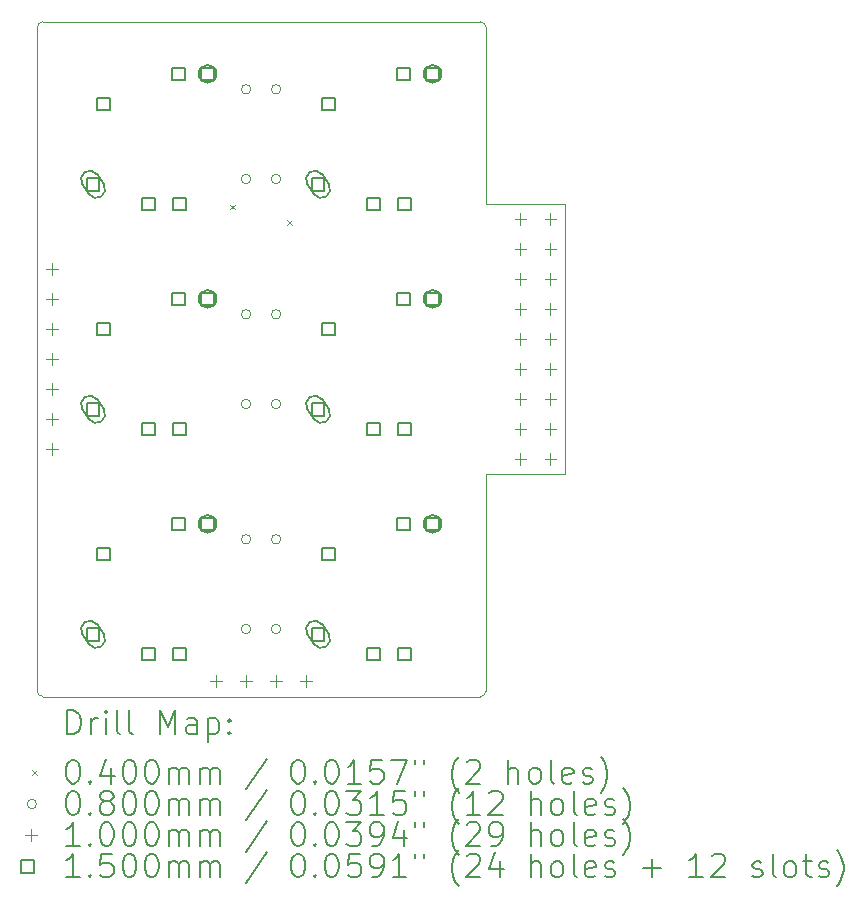
<source format=gbr>
%TF.GenerationSoftware,KiCad,Pcbnew,7.0.5*%
%TF.CreationDate,2023-08-10T21:35:45+08:00*%
%TF.ProjectId,LM,4c4d2e6b-6963-4616-945f-706362585858,rev?*%
%TF.SameCoordinates,Original*%
%TF.FileFunction,Drillmap*%
%TF.FilePolarity,Positive*%
%FSLAX45Y45*%
G04 Gerber Fmt 4.5, Leading zero omitted, Abs format (unit mm)*
G04 Created by KiCad (PCBNEW 7.0.5) date 2023-08-10 21:35:45*
%MOMM*%
%LPD*%
G01*
G04 APERTURE LIST*
%ADD10C,0.100000*%
%ADD11C,0.200000*%
%ADD12C,0.040000*%
%ADD13C,0.080000*%
%ADD14C,0.150000*%
G04 APERTURE END LIST*
D10*
X7957000Y-7487000D02*
X7284500Y-7487000D01*
X7284500Y-3706500D02*
G75*
G03*
X7234500Y-3656500I-50000J0D01*
G01*
X3484500Y-9321500D02*
X3484500Y-3706500D01*
X7234500Y-3656500D02*
X3534500Y-3656500D01*
X7957000Y-5201000D02*
X7957000Y-7487000D01*
X3484500Y-9321500D02*
G75*
G03*
X3534500Y-9371500I50000J0D01*
G01*
X7234500Y-9371500D02*
X3534500Y-9371500D01*
X7234500Y-9371500D02*
G75*
G03*
X7284500Y-9321500I0J50000D01*
G01*
X7284500Y-7487000D02*
X7284500Y-9321500D01*
X7284500Y-5201000D02*
X7284500Y-3706500D01*
X7957000Y-5201000D02*
X7284500Y-5201000D01*
X3534500Y-3656500D02*
G75*
G03*
X3484500Y-3706500I0J-50000D01*
G01*
D11*
D12*
X5120000Y-5206000D02*
X5160000Y-5246000D01*
X5160000Y-5206000D02*
X5120000Y-5246000D01*
X5599000Y-5339000D02*
X5639000Y-5379000D01*
X5639000Y-5339000D02*
X5599000Y-5379000D01*
D13*
X5292500Y-4229000D02*
G75*
G03*
X5292500Y-4229000I-40000J0D01*
G01*
X5292500Y-4989000D02*
G75*
G03*
X5292500Y-4989000I-40000J0D01*
G01*
X5292500Y-6134000D02*
G75*
G03*
X5292500Y-6134000I-40000J0D01*
G01*
X5292500Y-6894000D02*
G75*
G03*
X5292500Y-6894000I-40000J0D01*
G01*
X5292500Y-8039000D02*
G75*
G03*
X5292500Y-8039000I-40000J0D01*
G01*
X5292500Y-8799000D02*
G75*
G03*
X5292500Y-8799000I-40000J0D01*
G01*
X5546500Y-4229000D02*
G75*
G03*
X5546500Y-4229000I-40000J0D01*
G01*
X5546500Y-4989000D02*
G75*
G03*
X5546500Y-4989000I-40000J0D01*
G01*
X5546500Y-6134000D02*
G75*
G03*
X5546500Y-6134000I-40000J0D01*
G01*
X5546500Y-6894000D02*
G75*
G03*
X5546500Y-6894000I-40000J0D01*
G01*
X5546500Y-8039000D02*
G75*
G03*
X5546500Y-8039000I-40000J0D01*
G01*
X5546500Y-8799000D02*
G75*
G03*
X5546500Y-8799000I-40000J0D01*
G01*
D10*
X3611000Y-5702000D02*
X3611000Y-5802000D01*
X3561000Y-5752000D02*
X3661000Y-5752000D01*
X3611000Y-5956000D02*
X3611000Y-6056000D01*
X3561000Y-6006000D02*
X3661000Y-6006000D01*
X3611000Y-6210000D02*
X3611000Y-6310000D01*
X3561000Y-6260000D02*
X3661000Y-6260000D01*
X3611000Y-6464000D02*
X3611000Y-6564000D01*
X3561000Y-6514000D02*
X3661000Y-6514000D01*
X3611000Y-6718000D02*
X3611000Y-6818000D01*
X3561000Y-6768000D02*
X3661000Y-6768000D01*
X3611000Y-6972000D02*
X3611000Y-7072000D01*
X3561000Y-7022000D02*
X3661000Y-7022000D01*
X3611000Y-7226000D02*
X3611000Y-7326000D01*
X3561000Y-7276000D02*
X3661000Y-7276000D01*
X4999000Y-9187000D02*
X4999000Y-9287000D01*
X4949000Y-9237000D02*
X5049000Y-9237000D01*
X5253000Y-9187000D02*
X5253000Y-9287000D01*
X5203000Y-9237000D02*
X5303000Y-9237000D01*
X5507000Y-9187000D02*
X5507000Y-9287000D01*
X5457000Y-9237000D02*
X5557000Y-9237000D01*
X5761000Y-9187000D02*
X5761000Y-9287000D01*
X5711000Y-9237000D02*
X5811000Y-9237000D01*
X7576000Y-5278000D02*
X7576000Y-5378000D01*
X7526000Y-5328000D02*
X7626000Y-5328000D01*
X7576000Y-5532000D02*
X7576000Y-5632000D01*
X7526000Y-5582000D02*
X7626000Y-5582000D01*
X7576000Y-5786000D02*
X7576000Y-5886000D01*
X7526000Y-5836000D02*
X7626000Y-5836000D01*
X7576000Y-6040000D02*
X7576000Y-6140000D01*
X7526000Y-6090000D02*
X7626000Y-6090000D01*
X7576000Y-6294000D02*
X7576000Y-6394000D01*
X7526000Y-6344000D02*
X7626000Y-6344000D01*
X7576000Y-6548000D02*
X7576000Y-6648000D01*
X7526000Y-6598000D02*
X7626000Y-6598000D01*
X7576000Y-6802000D02*
X7576000Y-6902000D01*
X7526000Y-6852000D02*
X7626000Y-6852000D01*
X7576000Y-7056000D02*
X7576000Y-7156000D01*
X7526000Y-7106000D02*
X7626000Y-7106000D01*
X7576000Y-7310000D02*
X7576000Y-7410000D01*
X7526000Y-7360000D02*
X7626000Y-7360000D01*
X7830000Y-5278000D02*
X7830000Y-5378000D01*
X7780000Y-5328000D02*
X7880000Y-5328000D01*
X7830000Y-5532000D02*
X7830000Y-5632000D01*
X7780000Y-5582000D02*
X7880000Y-5582000D01*
X7830000Y-5786000D02*
X7830000Y-5886000D01*
X7780000Y-5836000D02*
X7880000Y-5836000D01*
X7830000Y-6040000D02*
X7830000Y-6140000D01*
X7780000Y-6090000D02*
X7880000Y-6090000D01*
X7830000Y-6294000D02*
X7830000Y-6394000D01*
X7780000Y-6344000D02*
X7880000Y-6344000D01*
X7830000Y-6548000D02*
X7830000Y-6648000D01*
X7780000Y-6598000D02*
X7880000Y-6598000D01*
X7830000Y-6802000D02*
X7830000Y-6902000D01*
X7780000Y-6852000D02*
X7880000Y-6852000D01*
X7830000Y-7056000D02*
X7830000Y-7156000D01*
X7780000Y-7106000D02*
X7880000Y-7106000D01*
X7830000Y-7310000D02*
X7830000Y-7410000D01*
X7780000Y-7360000D02*
X7880000Y-7360000D01*
D14*
X4010033Y-5087034D02*
X4010033Y-4980967D01*
X3903966Y-4980967D01*
X3903966Y-5087034D01*
X4010033Y-5087034D01*
D11*
X4047139Y-5033984D02*
X3991654Y-4950789D01*
X3991654Y-4950789D02*
G75*
G03*
X3866861Y-5034016I-62397J-41613D01*
G01*
X3866861Y-5034016D02*
X3922346Y-5117211D01*
X3922346Y-5117211D02*
G75*
G03*
X4047139Y-5033984I62397J41613D01*
G01*
D14*
X4010033Y-6992033D02*
X4010033Y-6885966D01*
X3903966Y-6885966D01*
X3903966Y-6992033D01*
X4010033Y-6992033D01*
D11*
X4047139Y-6938984D02*
X3991654Y-6855789D01*
X3991654Y-6855789D02*
G75*
G03*
X3866861Y-6939016I-62397J-41613D01*
G01*
X3866861Y-6939016D02*
X3922346Y-7022211D01*
X3922346Y-7022211D02*
G75*
G03*
X4047139Y-6938984I62397J41613D01*
G01*
D14*
X4010033Y-8897034D02*
X4010033Y-8790967D01*
X3903966Y-8790967D01*
X3903966Y-8897034D01*
X4010033Y-8897034D01*
D11*
X4047139Y-8843984D02*
X3991654Y-8760789D01*
X3991654Y-8760789D02*
G75*
G03*
X3866861Y-8844016I-62397J-41613D01*
G01*
X3866861Y-8844016D02*
X3922346Y-8927211D01*
X3922346Y-8927211D02*
G75*
G03*
X4047139Y-8843984I62397J41613D01*
G01*
D14*
X4099033Y-4408034D02*
X4099033Y-4301967D01*
X3992966Y-4301967D01*
X3992966Y-4408034D01*
X4099033Y-4408034D01*
X4099033Y-6313033D02*
X4099033Y-6206966D01*
X3992966Y-6206966D01*
X3992966Y-6313033D01*
X4099033Y-6313033D01*
X4099033Y-8218033D02*
X4099033Y-8111966D01*
X3992966Y-8111966D01*
X3992966Y-8218033D01*
X4099033Y-8218033D01*
X4480034Y-5252034D02*
X4480034Y-5145967D01*
X4373967Y-5145967D01*
X4373967Y-5252034D01*
X4480034Y-5252034D01*
X4480034Y-7157033D02*
X4480034Y-7050966D01*
X4373967Y-7050966D01*
X4373967Y-7157033D01*
X4480034Y-7157033D01*
X4480034Y-9062034D02*
X4480034Y-8955967D01*
X4373967Y-8955967D01*
X4373967Y-9062034D01*
X4480034Y-9062034D01*
X4734034Y-4152033D02*
X4734034Y-4045966D01*
X4627967Y-4045966D01*
X4627967Y-4152033D01*
X4734034Y-4152033D01*
X4734034Y-6057033D02*
X4734034Y-5950966D01*
X4627967Y-5950966D01*
X4627967Y-6057033D01*
X4734034Y-6057033D01*
X4734034Y-7962033D02*
X4734034Y-7855966D01*
X4627967Y-7855966D01*
X4627967Y-7962033D01*
X4734034Y-7962033D01*
X4740034Y-5252034D02*
X4740034Y-5145967D01*
X4633967Y-5145967D01*
X4633967Y-5252034D01*
X4740034Y-5252034D01*
X4740034Y-7157033D02*
X4740034Y-7050966D01*
X4633967Y-7050966D01*
X4633967Y-7157033D01*
X4740034Y-7157033D01*
X4740034Y-9062034D02*
X4740034Y-8955967D01*
X4633967Y-8955967D01*
X4633967Y-9062034D01*
X4740034Y-9062034D01*
X4980034Y-4152033D02*
X4980034Y-4045966D01*
X4873967Y-4045966D01*
X4873967Y-4152033D01*
X4980034Y-4152033D01*
D11*
X5002000Y-4099000D02*
X5002000Y-4099000D01*
X5002000Y-4099000D02*
G75*
G03*
X4852000Y-4099000I-75000J0D01*
G01*
X4852000Y-4099000D02*
X4852000Y-4099000D01*
X4852000Y-4099000D02*
G75*
G03*
X5002000Y-4099000I75000J0D01*
G01*
D14*
X4980034Y-6057033D02*
X4980034Y-5950966D01*
X4873967Y-5950966D01*
X4873967Y-6057033D01*
X4980034Y-6057033D01*
D11*
X5002000Y-6004000D02*
X5002000Y-6004000D01*
X5002000Y-6004000D02*
G75*
G03*
X4852000Y-6004000I-75000J0D01*
G01*
X4852000Y-6004000D02*
X4852000Y-6004000D01*
X4852000Y-6004000D02*
G75*
G03*
X5002000Y-6004000I75000J0D01*
G01*
D14*
X4980034Y-7962033D02*
X4980034Y-7855966D01*
X4873967Y-7855966D01*
X4873967Y-7962033D01*
X4980034Y-7962033D01*
D11*
X5002000Y-7909000D02*
X5002000Y-7909000D01*
X5002000Y-7909000D02*
G75*
G03*
X4852000Y-7909000I-75000J0D01*
G01*
X4852000Y-7909000D02*
X4852000Y-7909000D01*
X4852000Y-7909000D02*
G75*
G03*
X5002000Y-7909000I75000J0D01*
G01*
D14*
X5915033Y-5087034D02*
X5915033Y-4980967D01*
X5808966Y-4980967D01*
X5808966Y-5087034D01*
X5915033Y-5087034D01*
D11*
X5952139Y-5033984D02*
X5896654Y-4950789D01*
X5896654Y-4950789D02*
G75*
G03*
X5771861Y-5034016I-62397J-41613D01*
G01*
X5771861Y-5034016D02*
X5827346Y-5117211D01*
X5827346Y-5117211D02*
G75*
G03*
X5952139Y-5033984I62397J41613D01*
G01*
D14*
X5915033Y-6992033D02*
X5915033Y-6885966D01*
X5808966Y-6885966D01*
X5808966Y-6992033D01*
X5915033Y-6992033D01*
D11*
X5952139Y-6938984D02*
X5896654Y-6855789D01*
X5896654Y-6855789D02*
G75*
G03*
X5771861Y-6939016I-62397J-41613D01*
G01*
X5771861Y-6939016D02*
X5827346Y-7022211D01*
X5827346Y-7022211D02*
G75*
G03*
X5952139Y-6938984I62397J41613D01*
G01*
D14*
X5915033Y-8897034D02*
X5915033Y-8790967D01*
X5808966Y-8790967D01*
X5808966Y-8897034D01*
X5915033Y-8897034D01*
D11*
X5952139Y-8843984D02*
X5896654Y-8760789D01*
X5896654Y-8760789D02*
G75*
G03*
X5771861Y-8844016I-62397J-41613D01*
G01*
X5771861Y-8844016D02*
X5827346Y-8927211D01*
X5827346Y-8927211D02*
G75*
G03*
X5952139Y-8843984I62397J41613D01*
G01*
D14*
X6004033Y-4408034D02*
X6004033Y-4301967D01*
X5897966Y-4301967D01*
X5897966Y-4408034D01*
X6004033Y-4408034D01*
X6004033Y-6313033D02*
X6004033Y-6206966D01*
X5897966Y-6206966D01*
X5897966Y-6313033D01*
X6004033Y-6313033D01*
X6004033Y-8218033D02*
X6004033Y-8111966D01*
X5897966Y-8111966D01*
X5897966Y-8218033D01*
X6004033Y-8218033D01*
X6385033Y-5252034D02*
X6385033Y-5145967D01*
X6278966Y-5145967D01*
X6278966Y-5252034D01*
X6385033Y-5252034D01*
X6385033Y-7157033D02*
X6385033Y-7050966D01*
X6278966Y-7050966D01*
X6278966Y-7157033D01*
X6385033Y-7157033D01*
X6385033Y-9062034D02*
X6385033Y-8955967D01*
X6278966Y-8955967D01*
X6278966Y-9062034D01*
X6385033Y-9062034D01*
X6639033Y-4152033D02*
X6639033Y-4045966D01*
X6532966Y-4045966D01*
X6532966Y-4152033D01*
X6639033Y-4152033D01*
X6639033Y-6057033D02*
X6639033Y-5950966D01*
X6532966Y-5950966D01*
X6532966Y-6057033D01*
X6639033Y-6057033D01*
X6639033Y-7962033D02*
X6639033Y-7855966D01*
X6532966Y-7855966D01*
X6532966Y-7962033D01*
X6639033Y-7962033D01*
X6645033Y-5252034D02*
X6645033Y-5145967D01*
X6538966Y-5145967D01*
X6538966Y-5252034D01*
X6645033Y-5252034D01*
X6645033Y-7157033D02*
X6645033Y-7050966D01*
X6538966Y-7050966D01*
X6538966Y-7157033D01*
X6645033Y-7157033D01*
X6645033Y-9062034D02*
X6645033Y-8955967D01*
X6538966Y-8955967D01*
X6538966Y-9062034D01*
X6645033Y-9062034D01*
X6885033Y-4152033D02*
X6885033Y-4045966D01*
X6778966Y-4045966D01*
X6778966Y-4152033D01*
X6885033Y-4152033D01*
D11*
X6907000Y-4099000D02*
X6907000Y-4099000D01*
X6907000Y-4099000D02*
G75*
G03*
X6757000Y-4099000I-75000J0D01*
G01*
X6757000Y-4099000D02*
X6757000Y-4099000D01*
X6757000Y-4099000D02*
G75*
G03*
X6907000Y-4099000I75000J0D01*
G01*
D14*
X6885033Y-6057033D02*
X6885033Y-5950966D01*
X6778966Y-5950966D01*
X6778966Y-6057033D01*
X6885033Y-6057033D01*
D11*
X6907000Y-6004000D02*
X6907000Y-6004000D01*
X6907000Y-6004000D02*
G75*
G03*
X6757000Y-6004000I-75000J0D01*
G01*
X6757000Y-6004000D02*
X6757000Y-6004000D01*
X6757000Y-6004000D02*
G75*
G03*
X6907000Y-6004000I75000J0D01*
G01*
D14*
X6885033Y-7962033D02*
X6885033Y-7855966D01*
X6778966Y-7855966D01*
X6778966Y-7962033D01*
X6885033Y-7962033D01*
D11*
X6907000Y-7909000D02*
X6907000Y-7909000D01*
X6907000Y-7909000D02*
G75*
G03*
X6757000Y-7909000I-75000J0D01*
G01*
X6757000Y-7909000D02*
X6757000Y-7909000D01*
X6757000Y-7909000D02*
G75*
G03*
X6907000Y-7909000I75000J0D01*
G01*
X3740277Y-9687984D02*
X3740277Y-9487984D01*
X3740277Y-9487984D02*
X3787896Y-9487984D01*
X3787896Y-9487984D02*
X3816467Y-9497508D01*
X3816467Y-9497508D02*
X3835515Y-9516555D01*
X3835515Y-9516555D02*
X3845039Y-9535603D01*
X3845039Y-9535603D02*
X3854562Y-9573698D01*
X3854562Y-9573698D02*
X3854562Y-9602270D01*
X3854562Y-9602270D02*
X3845039Y-9640365D01*
X3845039Y-9640365D02*
X3835515Y-9659412D01*
X3835515Y-9659412D02*
X3816467Y-9678460D01*
X3816467Y-9678460D02*
X3787896Y-9687984D01*
X3787896Y-9687984D02*
X3740277Y-9687984D01*
X3940277Y-9687984D02*
X3940277Y-9554650D01*
X3940277Y-9592746D02*
X3949801Y-9573698D01*
X3949801Y-9573698D02*
X3959324Y-9564174D01*
X3959324Y-9564174D02*
X3978372Y-9554650D01*
X3978372Y-9554650D02*
X3997420Y-9554650D01*
X4064086Y-9687984D02*
X4064086Y-9554650D01*
X4064086Y-9487984D02*
X4054562Y-9497508D01*
X4054562Y-9497508D02*
X4064086Y-9507031D01*
X4064086Y-9507031D02*
X4073610Y-9497508D01*
X4073610Y-9497508D02*
X4064086Y-9487984D01*
X4064086Y-9487984D02*
X4064086Y-9507031D01*
X4187896Y-9687984D02*
X4168848Y-9678460D01*
X4168848Y-9678460D02*
X4159324Y-9659412D01*
X4159324Y-9659412D02*
X4159324Y-9487984D01*
X4292658Y-9687984D02*
X4273610Y-9678460D01*
X4273610Y-9678460D02*
X4264086Y-9659412D01*
X4264086Y-9659412D02*
X4264086Y-9487984D01*
X4521229Y-9687984D02*
X4521229Y-9487984D01*
X4521229Y-9487984D02*
X4587896Y-9630841D01*
X4587896Y-9630841D02*
X4654563Y-9487984D01*
X4654563Y-9487984D02*
X4654563Y-9687984D01*
X4835515Y-9687984D02*
X4835515Y-9583222D01*
X4835515Y-9583222D02*
X4825991Y-9564174D01*
X4825991Y-9564174D02*
X4806944Y-9554650D01*
X4806944Y-9554650D02*
X4768848Y-9554650D01*
X4768848Y-9554650D02*
X4749801Y-9564174D01*
X4835515Y-9678460D02*
X4816467Y-9687984D01*
X4816467Y-9687984D02*
X4768848Y-9687984D01*
X4768848Y-9687984D02*
X4749801Y-9678460D01*
X4749801Y-9678460D02*
X4740277Y-9659412D01*
X4740277Y-9659412D02*
X4740277Y-9640365D01*
X4740277Y-9640365D02*
X4749801Y-9621317D01*
X4749801Y-9621317D02*
X4768848Y-9611793D01*
X4768848Y-9611793D02*
X4816467Y-9611793D01*
X4816467Y-9611793D02*
X4835515Y-9602270D01*
X4930753Y-9554650D02*
X4930753Y-9754650D01*
X4930753Y-9564174D02*
X4949801Y-9554650D01*
X4949801Y-9554650D02*
X4987896Y-9554650D01*
X4987896Y-9554650D02*
X5006944Y-9564174D01*
X5006944Y-9564174D02*
X5016467Y-9573698D01*
X5016467Y-9573698D02*
X5025991Y-9592746D01*
X5025991Y-9592746D02*
X5025991Y-9649889D01*
X5025991Y-9649889D02*
X5016467Y-9668936D01*
X5016467Y-9668936D02*
X5006944Y-9678460D01*
X5006944Y-9678460D02*
X4987896Y-9687984D01*
X4987896Y-9687984D02*
X4949801Y-9687984D01*
X4949801Y-9687984D02*
X4930753Y-9678460D01*
X5111705Y-9668936D02*
X5121229Y-9678460D01*
X5121229Y-9678460D02*
X5111705Y-9687984D01*
X5111705Y-9687984D02*
X5102182Y-9678460D01*
X5102182Y-9678460D02*
X5111705Y-9668936D01*
X5111705Y-9668936D02*
X5111705Y-9687984D01*
X5111705Y-9564174D02*
X5121229Y-9573698D01*
X5121229Y-9573698D02*
X5111705Y-9583222D01*
X5111705Y-9583222D02*
X5102182Y-9573698D01*
X5102182Y-9573698D02*
X5111705Y-9564174D01*
X5111705Y-9564174D02*
X5111705Y-9583222D01*
D12*
X3439500Y-9996500D02*
X3479500Y-10036500D01*
X3479500Y-9996500D02*
X3439500Y-10036500D01*
D11*
X3778372Y-9907984D02*
X3797420Y-9907984D01*
X3797420Y-9907984D02*
X3816467Y-9917508D01*
X3816467Y-9917508D02*
X3825991Y-9927031D01*
X3825991Y-9927031D02*
X3835515Y-9946079D01*
X3835515Y-9946079D02*
X3845039Y-9984174D01*
X3845039Y-9984174D02*
X3845039Y-10031793D01*
X3845039Y-10031793D02*
X3835515Y-10069889D01*
X3835515Y-10069889D02*
X3825991Y-10088936D01*
X3825991Y-10088936D02*
X3816467Y-10098460D01*
X3816467Y-10098460D02*
X3797420Y-10107984D01*
X3797420Y-10107984D02*
X3778372Y-10107984D01*
X3778372Y-10107984D02*
X3759324Y-10098460D01*
X3759324Y-10098460D02*
X3749801Y-10088936D01*
X3749801Y-10088936D02*
X3740277Y-10069889D01*
X3740277Y-10069889D02*
X3730753Y-10031793D01*
X3730753Y-10031793D02*
X3730753Y-9984174D01*
X3730753Y-9984174D02*
X3740277Y-9946079D01*
X3740277Y-9946079D02*
X3749801Y-9927031D01*
X3749801Y-9927031D02*
X3759324Y-9917508D01*
X3759324Y-9917508D02*
X3778372Y-9907984D01*
X3930753Y-10088936D02*
X3940277Y-10098460D01*
X3940277Y-10098460D02*
X3930753Y-10107984D01*
X3930753Y-10107984D02*
X3921229Y-10098460D01*
X3921229Y-10098460D02*
X3930753Y-10088936D01*
X3930753Y-10088936D02*
X3930753Y-10107984D01*
X4111705Y-9974650D02*
X4111705Y-10107984D01*
X4064086Y-9898460D02*
X4016467Y-10041317D01*
X4016467Y-10041317D02*
X4140277Y-10041317D01*
X4254563Y-9907984D02*
X4273610Y-9907984D01*
X4273610Y-9907984D02*
X4292658Y-9917508D01*
X4292658Y-9917508D02*
X4302182Y-9927031D01*
X4302182Y-9927031D02*
X4311705Y-9946079D01*
X4311705Y-9946079D02*
X4321229Y-9984174D01*
X4321229Y-9984174D02*
X4321229Y-10031793D01*
X4321229Y-10031793D02*
X4311705Y-10069889D01*
X4311705Y-10069889D02*
X4302182Y-10088936D01*
X4302182Y-10088936D02*
X4292658Y-10098460D01*
X4292658Y-10098460D02*
X4273610Y-10107984D01*
X4273610Y-10107984D02*
X4254563Y-10107984D01*
X4254563Y-10107984D02*
X4235515Y-10098460D01*
X4235515Y-10098460D02*
X4225991Y-10088936D01*
X4225991Y-10088936D02*
X4216467Y-10069889D01*
X4216467Y-10069889D02*
X4206944Y-10031793D01*
X4206944Y-10031793D02*
X4206944Y-9984174D01*
X4206944Y-9984174D02*
X4216467Y-9946079D01*
X4216467Y-9946079D02*
X4225991Y-9927031D01*
X4225991Y-9927031D02*
X4235515Y-9917508D01*
X4235515Y-9917508D02*
X4254563Y-9907984D01*
X4445039Y-9907984D02*
X4464086Y-9907984D01*
X4464086Y-9907984D02*
X4483134Y-9917508D01*
X4483134Y-9917508D02*
X4492658Y-9927031D01*
X4492658Y-9927031D02*
X4502182Y-9946079D01*
X4502182Y-9946079D02*
X4511705Y-9984174D01*
X4511705Y-9984174D02*
X4511705Y-10031793D01*
X4511705Y-10031793D02*
X4502182Y-10069889D01*
X4502182Y-10069889D02*
X4492658Y-10088936D01*
X4492658Y-10088936D02*
X4483134Y-10098460D01*
X4483134Y-10098460D02*
X4464086Y-10107984D01*
X4464086Y-10107984D02*
X4445039Y-10107984D01*
X4445039Y-10107984D02*
X4425991Y-10098460D01*
X4425991Y-10098460D02*
X4416467Y-10088936D01*
X4416467Y-10088936D02*
X4406944Y-10069889D01*
X4406944Y-10069889D02*
X4397420Y-10031793D01*
X4397420Y-10031793D02*
X4397420Y-9984174D01*
X4397420Y-9984174D02*
X4406944Y-9946079D01*
X4406944Y-9946079D02*
X4416467Y-9927031D01*
X4416467Y-9927031D02*
X4425991Y-9917508D01*
X4425991Y-9917508D02*
X4445039Y-9907984D01*
X4597420Y-10107984D02*
X4597420Y-9974650D01*
X4597420Y-9993698D02*
X4606944Y-9984174D01*
X4606944Y-9984174D02*
X4625991Y-9974650D01*
X4625991Y-9974650D02*
X4654563Y-9974650D01*
X4654563Y-9974650D02*
X4673610Y-9984174D01*
X4673610Y-9984174D02*
X4683134Y-10003222D01*
X4683134Y-10003222D02*
X4683134Y-10107984D01*
X4683134Y-10003222D02*
X4692658Y-9984174D01*
X4692658Y-9984174D02*
X4711705Y-9974650D01*
X4711705Y-9974650D02*
X4740277Y-9974650D01*
X4740277Y-9974650D02*
X4759325Y-9984174D01*
X4759325Y-9984174D02*
X4768848Y-10003222D01*
X4768848Y-10003222D02*
X4768848Y-10107984D01*
X4864086Y-10107984D02*
X4864086Y-9974650D01*
X4864086Y-9993698D02*
X4873610Y-9984174D01*
X4873610Y-9984174D02*
X4892658Y-9974650D01*
X4892658Y-9974650D02*
X4921229Y-9974650D01*
X4921229Y-9974650D02*
X4940277Y-9984174D01*
X4940277Y-9984174D02*
X4949801Y-10003222D01*
X4949801Y-10003222D02*
X4949801Y-10107984D01*
X4949801Y-10003222D02*
X4959325Y-9984174D01*
X4959325Y-9984174D02*
X4978372Y-9974650D01*
X4978372Y-9974650D02*
X5006944Y-9974650D01*
X5006944Y-9974650D02*
X5025991Y-9984174D01*
X5025991Y-9984174D02*
X5035515Y-10003222D01*
X5035515Y-10003222D02*
X5035515Y-10107984D01*
X5425991Y-9898460D02*
X5254563Y-10155603D01*
X5683134Y-9907984D02*
X5702182Y-9907984D01*
X5702182Y-9907984D02*
X5721229Y-9917508D01*
X5721229Y-9917508D02*
X5730753Y-9927031D01*
X5730753Y-9927031D02*
X5740277Y-9946079D01*
X5740277Y-9946079D02*
X5749801Y-9984174D01*
X5749801Y-9984174D02*
X5749801Y-10031793D01*
X5749801Y-10031793D02*
X5740277Y-10069889D01*
X5740277Y-10069889D02*
X5730753Y-10088936D01*
X5730753Y-10088936D02*
X5721229Y-10098460D01*
X5721229Y-10098460D02*
X5702182Y-10107984D01*
X5702182Y-10107984D02*
X5683134Y-10107984D01*
X5683134Y-10107984D02*
X5664086Y-10098460D01*
X5664086Y-10098460D02*
X5654563Y-10088936D01*
X5654563Y-10088936D02*
X5645039Y-10069889D01*
X5645039Y-10069889D02*
X5635515Y-10031793D01*
X5635515Y-10031793D02*
X5635515Y-9984174D01*
X5635515Y-9984174D02*
X5645039Y-9946079D01*
X5645039Y-9946079D02*
X5654563Y-9927031D01*
X5654563Y-9927031D02*
X5664086Y-9917508D01*
X5664086Y-9917508D02*
X5683134Y-9907984D01*
X5835515Y-10088936D02*
X5845039Y-10098460D01*
X5845039Y-10098460D02*
X5835515Y-10107984D01*
X5835515Y-10107984D02*
X5825991Y-10098460D01*
X5825991Y-10098460D02*
X5835515Y-10088936D01*
X5835515Y-10088936D02*
X5835515Y-10107984D01*
X5968848Y-9907984D02*
X5987896Y-9907984D01*
X5987896Y-9907984D02*
X6006944Y-9917508D01*
X6006944Y-9917508D02*
X6016467Y-9927031D01*
X6016467Y-9927031D02*
X6025991Y-9946079D01*
X6025991Y-9946079D02*
X6035515Y-9984174D01*
X6035515Y-9984174D02*
X6035515Y-10031793D01*
X6035515Y-10031793D02*
X6025991Y-10069889D01*
X6025991Y-10069889D02*
X6016467Y-10088936D01*
X6016467Y-10088936D02*
X6006944Y-10098460D01*
X6006944Y-10098460D02*
X5987896Y-10107984D01*
X5987896Y-10107984D02*
X5968848Y-10107984D01*
X5968848Y-10107984D02*
X5949801Y-10098460D01*
X5949801Y-10098460D02*
X5940277Y-10088936D01*
X5940277Y-10088936D02*
X5930753Y-10069889D01*
X5930753Y-10069889D02*
X5921229Y-10031793D01*
X5921229Y-10031793D02*
X5921229Y-9984174D01*
X5921229Y-9984174D02*
X5930753Y-9946079D01*
X5930753Y-9946079D02*
X5940277Y-9927031D01*
X5940277Y-9927031D02*
X5949801Y-9917508D01*
X5949801Y-9917508D02*
X5968848Y-9907984D01*
X6225991Y-10107984D02*
X6111706Y-10107984D01*
X6168848Y-10107984D02*
X6168848Y-9907984D01*
X6168848Y-9907984D02*
X6149801Y-9936555D01*
X6149801Y-9936555D02*
X6130753Y-9955603D01*
X6130753Y-9955603D02*
X6111706Y-9965127D01*
X6406944Y-9907984D02*
X6311706Y-9907984D01*
X6311706Y-9907984D02*
X6302182Y-10003222D01*
X6302182Y-10003222D02*
X6311706Y-9993698D01*
X6311706Y-9993698D02*
X6330753Y-9984174D01*
X6330753Y-9984174D02*
X6378372Y-9984174D01*
X6378372Y-9984174D02*
X6397420Y-9993698D01*
X6397420Y-9993698D02*
X6406944Y-10003222D01*
X6406944Y-10003222D02*
X6416467Y-10022270D01*
X6416467Y-10022270D02*
X6416467Y-10069889D01*
X6416467Y-10069889D02*
X6406944Y-10088936D01*
X6406944Y-10088936D02*
X6397420Y-10098460D01*
X6397420Y-10098460D02*
X6378372Y-10107984D01*
X6378372Y-10107984D02*
X6330753Y-10107984D01*
X6330753Y-10107984D02*
X6311706Y-10098460D01*
X6311706Y-10098460D02*
X6302182Y-10088936D01*
X6483134Y-9907984D02*
X6616467Y-9907984D01*
X6616467Y-9907984D02*
X6530753Y-10107984D01*
X6683134Y-9907984D02*
X6683134Y-9946079D01*
X6759325Y-9907984D02*
X6759325Y-9946079D01*
X7054563Y-10184174D02*
X7045039Y-10174650D01*
X7045039Y-10174650D02*
X7025991Y-10146079D01*
X7025991Y-10146079D02*
X7016468Y-10127031D01*
X7016468Y-10127031D02*
X7006944Y-10098460D01*
X7006944Y-10098460D02*
X6997420Y-10050841D01*
X6997420Y-10050841D02*
X6997420Y-10012746D01*
X6997420Y-10012746D02*
X7006944Y-9965127D01*
X7006944Y-9965127D02*
X7016468Y-9936555D01*
X7016468Y-9936555D02*
X7025991Y-9917508D01*
X7025991Y-9917508D02*
X7045039Y-9888936D01*
X7045039Y-9888936D02*
X7054563Y-9879412D01*
X7121229Y-9927031D02*
X7130753Y-9917508D01*
X7130753Y-9917508D02*
X7149801Y-9907984D01*
X7149801Y-9907984D02*
X7197420Y-9907984D01*
X7197420Y-9907984D02*
X7216468Y-9917508D01*
X7216468Y-9917508D02*
X7225991Y-9927031D01*
X7225991Y-9927031D02*
X7235515Y-9946079D01*
X7235515Y-9946079D02*
X7235515Y-9965127D01*
X7235515Y-9965127D02*
X7225991Y-9993698D01*
X7225991Y-9993698D02*
X7111706Y-10107984D01*
X7111706Y-10107984D02*
X7235515Y-10107984D01*
X7473610Y-10107984D02*
X7473610Y-9907984D01*
X7559325Y-10107984D02*
X7559325Y-10003222D01*
X7559325Y-10003222D02*
X7549801Y-9984174D01*
X7549801Y-9984174D02*
X7530753Y-9974650D01*
X7530753Y-9974650D02*
X7502182Y-9974650D01*
X7502182Y-9974650D02*
X7483134Y-9984174D01*
X7483134Y-9984174D02*
X7473610Y-9993698D01*
X7683134Y-10107984D02*
X7664087Y-10098460D01*
X7664087Y-10098460D02*
X7654563Y-10088936D01*
X7654563Y-10088936D02*
X7645039Y-10069889D01*
X7645039Y-10069889D02*
X7645039Y-10012746D01*
X7645039Y-10012746D02*
X7654563Y-9993698D01*
X7654563Y-9993698D02*
X7664087Y-9984174D01*
X7664087Y-9984174D02*
X7683134Y-9974650D01*
X7683134Y-9974650D02*
X7711706Y-9974650D01*
X7711706Y-9974650D02*
X7730753Y-9984174D01*
X7730753Y-9984174D02*
X7740277Y-9993698D01*
X7740277Y-9993698D02*
X7749801Y-10012746D01*
X7749801Y-10012746D02*
X7749801Y-10069889D01*
X7749801Y-10069889D02*
X7740277Y-10088936D01*
X7740277Y-10088936D02*
X7730753Y-10098460D01*
X7730753Y-10098460D02*
X7711706Y-10107984D01*
X7711706Y-10107984D02*
X7683134Y-10107984D01*
X7864087Y-10107984D02*
X7845039Y-10098460D01*
X7845039Y-10098460D02*
X7835515Y-10079412D01*
X7835515Y-10079412D02*
X7835515Y-9907984D01*
X8016468Y-10098460D02*
X7997420Y-10107984D01*
X7997420Y-10107984D02*
X7959325Y-10107984D01*
X7959325Y-10107984D02*
X7940277Y-10098460D01*
X7940277Y-10098460D02*
X7930753Y-10079412D01*
X7930753Y-10079412D02*
X7930753Y-10003222D01*
X7930753Y-10003222D02*
X7940277Y-9984174D01*
X7940277Y-9984174D02*
X7959325Y-9974650D01*
X7959325Y-9974650D02*
X7997420Y-9974650D01*
X7997420Y-9974650D02*
X8016468Y-9984174D01*
X8016468Y-9984174D02*
X8025991Y-10003222D01*
X8025991Y-10003222D02*
X8025991Y-10022270D01*
X8025991Y-10022270D02*
X7930753Y-10041317D01*
X8102182Y-10098460D02*
X8121230Y-10107984D01*
X8121230Y-10107984D02*
X8159325Y-10107984D01*
X8159325Y-10107984D02*
X8178372Y-10098460D01*
X8178372Y-10098460D02*
X8187896Y-10079412D01*
X8187896Y-10079412D02*
X8187896Y-10069889D01*
X8187896Y-10069889D02*
X8178372Y-10050841D01*
X8178372Y-10050841D02*
X8159325Y-10041317D01*
X8159325Y-10041317D02*
X8130753Y-10041317D01*
X8130753Y-10041317D02*
X8111706Y-10031793D01*
X8111706Y-10031793D02*
X8102182Y-10012746D01*
X8102182Y-10012746D02*
X8102182Y-10003222D01*
X8102182Y-10003222D02*
X8111706Y-9984174D01*
X8111706Y-9984174D02*
X8130753Y-9974650D01*
X8130753Y-9974650D02*
X8159325Y-9974650D01*
X8159325Y-9974650D02*
X8178372Y-9984174D01*
X8254563Y-10184174D02*
X8264087Y-10174650D01*
X8264087Y-10174650D02*
X8283134Y-10146079D01*
X8283134Y-10146079D02*
X8292658Y-10127031D01*
X8292658Y-10127031D02*
X8302182Y-10098460D01*
X8302182Y-10098460D02*
X8311706Y-10050841D01*
X8311706Y-10050841D02*
X8311706Y-10012746D01*
X8311706Y-10012746D02*
X8302182Y-9965127D01*
X8302182Y-9965127D02*
X8292658Y-9936555D01*
X8292658Y-9936555D02*
X8283134Y-9917508D01*
X8283134Y-9917508D02*
X8264087Y-9888936D01*
X8264087Y-9888936D02*
X8254563Y-9879412D01*
D13*
X3479500Y-10280500D02*
G75*
G03*
X3479500Y-10280500I-40000J0D01*
G01*
D11*
X3778372Y-10171984D02*
X3797420Y-10171984D01*
X3797420Y-10171984D02*
X3816467Y-10181508D01*
X3816467Y-10181508D02*
X3825991Y-10191031D01*
X3825991Y-10191031D02*
X3835515Y-10210079D01*
X3835515Y-10210079D02*
X3845039Y-10248174D01*
X3845039Y-10248174D02*
X3845039Y-10295793D01*
X3845039Y-10295793D02*
X3835515Y-10333889D01*
X3835515Y-10333889D02*
X3825991Y-10352936D01*
X3825991Y-10352936D02*
X3816467Y-10362460D01*
X3816467Y-10362460D02*
X3797420Y-10371984D01*
X3797420Y-10371984D02*
X3778372Y-10371984D01*
X3778372Y-10371984D02*
X3759324Y-10362460D01*
X3759324Y-10362460D02*
X3749801Y-10352936D01*
X3749801Y-10352936D02*
X3740277Y-10333889D01*
X3740277Y-10333889D02*
X3730753Y-10295793D01*
X3730753Y-10295793D02*
X3730753Y-10248174D01*
X3730753Y-10248174D02*
X3740277Y-10210079D01*
X3740277Y-10210079D02*
X3749801Y-10191031D01*
X3749801Y-10191031D02*
X3759324Y-10181508D01*
X3759324Y-10181508D02*
X3778372Y-10171984D01*
X3930753Y-10352936D02*
X3940277Y-10362460D01*
X3940277Y-10362460D02*
X3930753Y-10371984D01*
X3930753Y-10371984D02*
X3921229Y-10362460D01*
X3921229Y-10362460D02*
X3930753Y-10352936D01*
X3930753Y-10352936D02*
X3930753Y-10371984D01*
X4054562Y-10257698D02*
X4035515Y-10248174D01*
X4035515Y-10248174D02*
X4025991Y-10238650D01*
X4025991Y-10238650D02*
X4016467Y-10219603D01*
X4016467Y-10219603D02*
X4016467Y-10210079D01*
X4016467Y-10210079D02*
X4025991Y-10191031D01*
X4025991Y-10191031D02*
X4035515Y-10181508D01*
X4035515Y-10181508D02*
X4054562Y-10171984D01*
X4054562Y-10171984D02*
X4092658Y-10171984D01*
X4092658Y-10171984D02*
X4111705Y-10181508D01*
X4111705Y-10181508D02*
X4121229Y-10191031D01*
X4121229Y-10191031D02*
X4130753Y-10210079D01*
X4130753Y-10210079D02*
X4130753Y-10219603D01*
X4130753Y-10219603D02*
X4121229Y-10238650D01*
X4121229Y-10238650D02*
X4111705Y-10248174D01*
X4111705Y-10248174D02*
X4092658Y-10257698D01*
X4092658Y-10257698D02*
X4054562Y-10257698D01*
X4054562Y-10257698D02*
X4035515Y-10267222D01*
X4035515Y-10267222D02*
X4025991Y-10276746D01*
X4025991Y-10276746D02*
X4016467Y-10295793D01*
X4016467Y-10295793D02*
X4016467Y-10333889D01*
X4016467Y-10333889D02*
X4025991Y-10352936D01*
X4025991Y-10352936D02*
X4035515Y-10362460D01*
X4035515Y-10362460D02*
X4054562Y-10371984D01*
X4054562Y-10371984D02*
X4092658Y-10371984D01*
X4092658Y-10371984D02*
X4111705Y-10362460D01*
X4111705Y-10362460D02*
X4121229Y-10352936D01*
X4121229Y-10352936D02*
X4130753Y-10333889D01*
X4130753Y-10333889D02*
X4130753Y-10295793D01*
X4130753Y-10295793D02*
X4121229Y-10276746D01*
X4121229Y-10276746D02*
X4111705Y-10267222D01*
X4111705Y-10267222D02*
X4092658Y-10257698D01*
X4254563Y-10171984D02*
X4273610Y-10171984D01*
X4273610Y-10171984D02*
X4292658Y-10181508D01*
X4292658Y-10181508D02*
X4302182Y-10191031D01*
X4302182Y-10191031D02*
X4311705Y-10210079D01*
X4311705Y-10210079D02*
X4321229Y-10248174D01*
X4321229Y-10248174D02*
X4321229Y-10295793D01*
X4321229Y-10295793D02*
X4311705Y-10333889D01*
X4311705Y-10333889D02*
X4302182Y-10352936D01*
X4302182Y-10352936D02*
X4292658Y-10362460D01*
X4292658Y-10362460D02*
X4273610Y-10371984D01*
X4273610Y-10371984D02*
X4254563Y-10371984D01*
X4254563Y-10371984D02*
X4235515Y-10362460D01*
X4235515Y-10362460D02*
X4225991Y-10352936D01*
X4225991Y-10352936D02*
X4216467Y-10333889D01*
X4216467Y-10333889D02*
X4206944Y-10295793D01*
X4206944Y-10295793D02*
X4206944Y-10248174D01*
X4206944Y-10248174D02*
X4216467Y-10210079D01*
X4216467Y-10210079D02*
X4225991Y-10191031D01*
X4225991Y-10191031D02*
X4235515Y-10181508D01*
X4235515Y-10181508D02*
X4254563Y-10171984D01*
X4445039Y-10171984D02*
X4464086Y-10171984D01*
X4464086Y-10171984D02*
X4483134Y-10181508D01*
X4483134Y-10181508D02*
X4492658Y-10191031D01*
X4492658Y-10191031D02*
X4502182Y-10210079D01*
X4502182Y-10210079D02*
X4511705Y-10248174D01*
X4511705Y-10248174D02*
X4511705Y-10295793D01*
X4511705Y-10295793D02*
X4502182Y-10333889D01*
X4502182Y-10333889D02*
X4492658Y-10352936D01*
X4492658Y-10352936D02*
X4483134Y-10362460D01*
X4483134Y-10362460D02*
X4464086Y-10371984D01*
X4464086Y-10371984D02*
X4445039Y-10371984D01*
X4445039Y-10371984D02*
X4425991Y-10362460D01*
X4425991Y-10362460D02*
X4416467Y-10352936D01*
X4416467Y-10352936D02*
X4406944Y-10333889D01*
X4406944Y-10333889D02*
X4397420Y-10295793D01*
X4397420Y-10295793D02*
X4397420Y-10248174D01*
X4397420Y-10248174D02*
X4406944Y-10210079D01*
X4406944Y-10210079D02*
X4416467Y-10191031D01*
X4416467Y-10191031D02*
X4425991Y-10181508D01*
X4425991Y-10181508D02*
X4445039Y-10171984D01*
X4597420Y-10371984D02*
X4597420Y-10238650D01*
X4597420Y-10257698D02*
X4606944Y-10248174D01*
X4606944Y-10248174D02*
X4625991Y-10238650D01*
X4625991Y-10238650D02*
X4654563Y-10238650D01*
X4654563Y-10238650D02*
X4673610Y-10248174D01*
X4673610Y-10248174D02*
X4683134Y-10267222D01*
X4683134Y-10267222D02*
X4683134Y-10371984D01*
X4683134Y-10267222D02*
X4692658Y-10248174D01*
X4692658Y-10248174D02*
X4711705Y-10238650D01*
X4711705Y-10238650D02*
X4740277Y-10238650D01*
X4740277Y-10238650D02*
X4759325Y-10248174D01*
X4759325Y-10248174D02*
X4768848Y-10267222D01*
X4768848Y-10267222D02*
X4768848Y-10371984D01*
X4864086Y-10371984D02*
X4864086Y-10238650D01*
X4864086Y-10257698D02*
X4873610Y-10248174D01*
X4873610Y-10248174D02*
X4892658Y-10238650D01*
X4892658Y-10238650D02*
X4921229Y-10238650D01*
X4921229Y-10238650D02*
X4940277Y-10248174D01*
X4940277Y-10248174D02*
X4949801Y-10267222D01*
X4949801Y-10267222D02*
X4949801Y-10371984D01*
X4949801Y-10267222D02*
X4959325Y-10248174D01*
X4959325Y-10248174D02*
X4978372Y-10238650D01*
X4978372Y-10238650D02*
X5006944Y-10238650D01*
X5006944Y-10238650D02*
X5025991Y-10248174D01*
X5025991Y-10248174D02*
X5035515Y-10267222D01*
X5035515Y-10267222D02*
X5035515Y-10371984D01*
X5425991Y-10162460D02*
X5254563Y-10419603D01*
X5683134Y-10171984D02*
X5702182Y-10171984D01*
X5702182Y-10171984D02*
X5721229Y-10181508D01*
X5721229Y-10181508D02*
X5730753Y-10191031D01*
X5730753Y-10191031D02*
X5740277Y-10210079D01*
X5740277Y-10210079D02*
X5749801Y-10248174D01*
X5749801Y-10248174D02*
X5749801Y-10295793D01*
X5749801Y-10295793D02*
X5740277Y-10333889D01*
X5740277Y-10333889D02*
X5730753Y-10352936D01*
X5730753Y-10352936D02*
X5721229Y-10362460D01*
X5721229Y-10362460D02*
X5702182Y-10371984D01*
X5702182Y-10371984D02*
X5683134Y-10371984D01*
X5683134Y-10371984D02*
X5664086Y-10362460D01*
X5664086Y-10362460D02*
X5654563Y-10352936D01*
X5654563Y-10352936D02*
X5645039Y-10333889D01*
X5645039Y-10333889D02*
X5635515Y-10295793D01*
X5635515Y-10295793D02*
X5635515Y-10248174D01*
X5635515Y-10248174D02*
X5645039Y-10210079D01*
X5645039Y-10210079D02*
X5654563Y-10191031D01*
X5654563Y-10191031D02*
X5664086Y-10181508D01*
X5664086Y-10181508D02*
X5683134Y-10171984D01*
X5835515Y-10352936D02*
X5845039Y-10362460D01*
X5845039Y-10362460D02*
X5835515Y-10371984D01*
X5835515Y-10371984D02*
X5825991Y-10362460D01*
X5825991Y-10362460D02*
X5835515Y-10352936D01*
X5835515Y-10352936D02*
X5835515Y-10371984D01*
X5968848Y-10171984D02*
X5987896Y-10171984D01*
X5987896Y-10171984D02*
X6006944Y-10181508D01*
X6006944Y-10181508D02*
X6016467Y-10191031D01*
X6016467Y-10191031D02*
X6025991Y-10210079D01*
X6025991Y-10210079D02*
X6035515Y-10248174D01*
X6035515Y-10248174D02*
X6035515Y-10295793D01*
X6035515Y-10295793D02*
X6025991Y-10333889D01*
X6025991Y-10333889D02*
X6016467Y-10352936D01*
X6016467Y-10352936D02*
X6006944Y-10362460D01*
X6006944Y-10362460D02*
X5987896Y-10371984D01*
X5987896Y-10371984D02*
X5968848Y-10371984D01*
X5968848Y-10371984D02*
X5949801Y-10362460D01*
X5949801Y-10362460D02*
X5940277Y-10352936D01*
X5940277Y-10352936D02*
X5930753Y-10333889D01*
X5930753Y-10333889D02*
X5921229Y-10295793D01*
X5921229Y-10295793D02*
X5921229Y-10248174D01*
X5921229Y-10248174D02*
X5930753Y-10210079D01*
X5930753Y-10210079D02*
X5940277Y-10191031D01*
X5940277Y-10191031D02*
X5949801Y-10181508D01*
X5949801Y-10181508D02*
X5968848Y-10171984D01*
X6102182Y-10171984D02*
X6225991Y-10171984D01*
X6225991Y-10171984D02*
X6159325Y-10248174D01*
X6159325Y-10248174D02*
X6187896Y-10248174D01*
X6187896Y-10248174D02*
X6206944Y-10257698D01*
X6206944Y-10257698D02*
X6216467Y-10267222D01*
X6216467Y-10267222D02*
X6225991Y-10286270D01*
X6225991Y-10286270D02*
X6225991Y-10333889D01*
X6225991Y-10333889D02*
X6216467Y-10352936D01*
X6216467Y-10352936D02*
X6206944Y-10362460D01*
X6206944Y-10362460D02*
X6187896Y-10371984D01*
X6187896Y-10371984D02*
X6130753Y-10371984D01*
X6130753Y-10371984D02*
X6111706Y-10362460D01*
X6111706Y-10362460D02*
X6102182Y-10352936D01*
X6416467Y-10371984D02*
X6302182Y-10371984D01*
X6359325Y-10371984D02*
X6359325Y-10171984D01*
X6359325Y-10171984D02*
X6340277Y-10200555D01*
X6340277Y-10200555D02*
X6321229Y-10219603D01*
X6321229Y-10219603D02*
X6302182Y-10229127D01*
X6597420Y-10171984D02*
X6502182Y-10171984D01*
X6502182Y-10171984D02*
X6492658Y-10267222D01*
X6492658Y-10267222D02*
X6502182Y-10257698D01*
X6502182Y-10257698D02*
X6521229Y-10248174D01*
X6521229Y-10248174D02*
X6568848Y-10248174D01*
X6568848Y-10248174D02*
X6587896Y-10257698D01*
X6587896Y-10257698D02*
X6597420Y-10267222D01*
X6597420Y-10267222D02*
X6606944Y-10286270D01*
X6606944Y-10286270D02*
X6606944Y-10333889D01*
X6606944Y-10333889D02*
X6597420Y-10352936D01*
X6597420Y-10352936D02*
X6587896Y-10362460D01*
X6587896Y-10362460D02*
X6568848Y-10371984D01*
X6568848Y-10371984D02*
X6521229Y-10371984D01*
X6521229Y-10371984D02*
X6502182Y-10362460D01*
X6502182Y-10362460D02*
X6492658Y-10352936D01*
X6683134Y-10171984D02*
X6683134Y-10210079D01*
X6759325Y-10171984D02*
X6759325Y-10210079D01*
X7054563Y-10448174D02*
X7045039Y-10438650D01*
X7045039Y-10438650D02*
X7025991Y-10410079D01*
X7025991Y-10410079D02*
X7016468Y-10391031D01*
X7016468Y-10391031D02*
X7006944Y-10362460D01*
X7006944Y-10362460D02*
X6997420Y-10314841D01*
X6997420Y-10314841D02*
X6997420Y-10276746D01*
X6997420Y-10276746D02*
X7006944Y-10229127D01*
X7006944Y-10229127D02*
X7016468Y-10200555D01*
X7016468Y-10200555D02*
X7025991Y-10181508D01*
X7025991Y-10181508D02*
X7045039Y-10152936D01*
X7045039Y-10152936D02*
X7054563Y-10143412D01*
X7235515Y-10371984D02*
X7121229Y-10371984D01*
X7178372Y-10371984D02*
X7178372Y-10171984D01*
X7178372Y-10171984D02*
X7159325Y-10200555D01*
X7159325Y-10200555D02*
X7140277Y-10219603D01*
X7140277Y-10219603D02*
X7121229Y-10229127D01*
X7311706Y-10191031D02*
X7321229Y-10181508D01*
X7321229Y-10181508D02*
X7340277Y-10171984D01*
X7340277Y-10171984D02*
X7387896Y-10171984D01*
X7387896Y-10171984D02*
X7406944Y-10181508D01*
X7406944Y-10181508D02*
X7416468Y-10191031D01*
X7416468Y-10191031D02*
X7425991Y-10210079D01*
X7425991Y-10210079D02*
X7425991Y-10229127D01*
X7425991Y-10229127D02*
X7416468Y-10257698D01*
X7416468Y-10257698D02*
X7302182Y-10371984D01*
X7302182Y-10371984D02*
X7425991Y-10371984D01*
X7664087Y-10371984D02*
X7664087Y-10171984D01*
X7749801Y-10371984D02*
X7749801Y-10267222D01*
X7749801Y-10267222D02*
X7740277Y-10248174D01*
X7740277Y-10248174D02*
X7721230Y-10238650D01*
X7721230Y-10238650D02*
X7692658Y-10238650D01*
X7692658Y-10238650D02*
X7673610Y-10248174D01*
X7673610Y-10248174D02*
X7664087Y-10257698D01*
X7873610Y-10371984D02*
X7854563Y-10362460D01*
X7854563Y-10362460D02*
X7845039Y-10352936D01*
X7845039Y-10352936D02*
X7835515Y-10333889D01*
X7835515Y-10333889D02*
X7835515Y-10276746D01*
X7835515Y-10276746D02*
X7845039Y-10257698D01*
X7845039Y-10257698D02*
X7854563Y-10248174D01*
X7854563Y-10248174D02*
X7873610Y-10238650D01*
X7873610Y-10238650D02*
X7902182Y-10238650D01*
X7902182Y-10238650D02*
X7921230Y-10248174D01*
X7921230Y-10248174D02*
X7930753Y-10257698D01*
X7930753Y-10257698D02*
X7940277Y-10276746D01*
X7940277Y-10276746D02*
X7940277Y-10333889D01*
X7940277Y-10333889D02*
X7930753Y-10352936D01*
X7930753Y-10352936D02*
X7921230Y-10362460D01*
X7921230Y-10362460D02*
X7902182Y-10371984D01*
X7902182Y-10371984D02*
X7873610Y-10371984D01*
X8054563Y-10371984D02*
X8035515Y-10362460D01*
X8035515Y-10362460D02*
X8025991Y-10343412D01*
X8025991Y-10343412D02*
X8025991Y-10171984D01*
X8206944Y-10362460D02*
X8187896Y-10371984D01*
X8187896Y-10371984D02*
X8149801Y-10371984D01*
X8149801Y-10371984D02*
X8130753Y-10362460D01*
X8130753Y-10362460D02*
X8121230Y-10343412D01*
X8121230Y-10343412D02*
X8121230Y-10267222D01*
X8121230Y-10267222D02*
X8130753Y-10248174D01*
X8130753Y-10248174D02*
X8149801Y-10238650D01*
X8149801Y-10238650D02*
X8187896Y-10238650D01*
X8187896Y-10238650D02*
X8206944Y-10248174D01*
X8206944Y-10248174D02*
X8216468Y-10267222D01*
X8216468Y-10267222D02*
X8216468Y-10286270D01*
X8216468Y-10286270D02*
X8121230Y-10305317D01*
X8292658Y-10362460D02*
X8311706Y-10371984D01*
X8311706Y-10371984D02*
X8349801Y-10371984D01*
X8349801Y-10371984D02*
X8368849Y-10362460D01*
X8368849Y-10362460D02*
X8378372Y-10343412D01*
X8378372Y-10343412D02*
X8378372Y-10333889D01*
X8378372Y-10333889D02*
X8368849Y-10314841D01*
X8368849Y-10314841D02*
X8349801Y-10305317D01*
X8349801Y-10305317D02*
X8321230Y-10305317D01*
X8321230Y-10305317D02*
X8302182Y-10295793D01*
X8302182Y-10295793D02*
X8292658Y-10276746D01*
X8292658Y-10276746D02*
X8292658Y-10267222D01*
X8292658Y-10267222D02*
X8302182Y-10248174D01*
X8302182Y-10248174D02*
X8321230Y-10238650D01*
X8321230Y-10238650D02*
X8349801Y-10238650D01*
X8349801Y-10238650D02*
X8368849Y-10248174D01*
X8445039Y-10448174D02*
X8454563Y-10438650D01*
X8454563Y-10438650D02*
X8473611Y-10410079D01*
X8473611Y-10410079D02*
X8483134Y-10391031D01*
X8483134Y-10391031D02*
X8492658Y-10362460D01*
X8492658Y-10362460D02*
X8502182Y-10314841D01*
X8502182Y-10314841D02*
X8502182Y-10276746D01*
X8502182Y-10276746D02*
X8492658Y-10229127D01*
X8492658Y-10229127D02*
X8483134Y-10200555D01*
X8483134Y-10200555D02*
X8473611Y-10181508D01*
X8473611Y-10181508D02*
X8454563Y-10152936D01*
X8454563Y-10152936D02*
X8445039Y-10143412D01*
D10*
X3429500Y-10494500D02*
X3429500Y-10594500D01*
X3379500Y-10544500D02*
X3479500Y-10544500D01*
D11*
X3845039Y-10635984D02*
X3730753Y-10635984D01*
X3787896Y-10635984D02*
X3787896Y-10435984D01*
X3787896Y-10435984D02*
X3768848Y-10464555D01*
X3768848Y-10464555D02*
X3749801Y-10483603D01*
X3749801Y-10483603D02*
X3730753Y-10493127D01*
X3930753Y-10616936D02*
X3940277Y-10626460D01*
X3940277Y-10626460D02*
X3930753Y-10635984D01*
X3930753Y-10635984D02*
X3921229Y-10626460D01*
X3921229Y-10626460D02*
X3930753Y-10616936D01*
X3930753Y-10616936D02*
X3930753Y-10635984D01*
X4064086Y-10435984D02*
X4083134Y-10435984D01*
X4083134Y-10435984D02*
X4102182Y-10445508D01*
X4102182Y-10445508D02*
X4111705Y-10455031D01*
X4111705Y-10455031D02*
X4121229Y-10474079D01*
X4121229Y-10474079D02*
X4130753Y-10512174D01*
X4130753Y-10512174D02*
X4130753Y-10559793D01*
X4130753Y-10559793D02*
X4121229Y-10597889D01*
X4121229Y-10597889D02*
X4111705Y-10616936D01*
X4111705Y-10616936D02*
X4102182Y-10626460D01*
X4102182Y-10626460D02*
X4083134Y-10635984D01*
X4083134Y-10635984D02*
X4064086Y-10635984D01*
X4064086Y-10635984D02*
X4045039Y-10626460D01*
X4045039Y-10626460D02*
X4035515Y-10616936D01*
X4035515Y-10616936D02*
X4025991Y-10597889D01*
X4025991Y-10597889D02*
X4016467Y-10559793D01*
X4016467Y-10559793D02*
X4016467Y-10512174D01*
X4016467Y-10512174D02*
X4025991Y-10474079D01*
X4025991Y-10474079D02*
X4035515Y-10455031D01*
X4035515Y-10455031D02*
X4045039Y-10445508D01*
X4045039Y-10445508D02*
X4064086Y-10435984D01*
X4254563Y-10435984D02*
X4273610Y-10435984D01*
X4273610Y-10435984D02*
X4292658Y-10445508D01*
X4292658Y-10445508D02*
X4302182Y-10455031D01*
X4302182Y-10455031D02*
X4311705Y-10474079D01*
X4311705Y-10474079D02*
X4321229Y-10512174D01*
X4321229Y-10512174D02*
X4321229Y-10559793D01*
X4321229Y-10559793D02*
X4311705Y-10597889D01*
X4311705Y-10597889D02*
X4302182Y-10616936D01*
X4302182Y-10616936D02*
X4292658Y-10626460D01*
X4292658Y-10626460D02*
X4273610Y-10635984D01*
X4273610Y-10635984D02*
X4254563Y-10635984D01*
X4254563Y-10635984D02*
X4235515Y-10626460D01*
X4235515Y-10626460D02*
X4225991Y-10616936D01*
X4225991Y-10616936D02*
X4216467Y-10597889D01*
X4216467Y-10597889D02*
X4206944Y-10559793D01*
X4206944Y-10559793D02*
X4206944Y-10512174D01*
X4206944Y-10512174D02*
X4216467Y-10474079D01*
X4216467Y-10474079D02*
X4225991Y-10455031D01*
X4225991Y-10455031D02*
X4235515Y-10445508D01*
X4235515Y-10445508D02*
X4254563Y-10435984D01*
X4445039Y-10435984D02*
X4464086Y-10435984D01*
X4464086Y-10435984D02*
X4483134Y-10445508D01*
X4483134Y-10445508D02*
X4492658Y-10455031D01*
X4492658Y-10455031D02*
X4502182Y-10474079D01*
X4502182Y-10474079D02*
X4511705Y-10512174D01*
X4511705Y-10512174D02*
X4511705Y-10559793D01*
X4511705Y-10559793D02*
X4502182Y-10597889D01*
X4502182Y-10597889D02*
X4492658Y-10616936D01*
X4492658Y-10616936D02*
X4483134Y-10626460D01*
X4483134Y-10626460D02*
X4464086Y-10635984D01*
X4464086Y-10635984D02*
X4445039Y-10635984D01*
X4445039Y-10635984D02*
X4425991Y-10626460D01*
X4425991Y-10626460D02*
X4416467Y-10616936D01*
X4416467Y-10616936D02*
X4406944Y-10597889D01*
X4406944Y-10597889D02*
X4397420Y-10559793D01*
X4397420Y-10559793D02*
X4397420Y-10512174D01*
X4397420Y-10512174D02*
X4406944Y-10474079D01*
X4406944Y-10474079D02*
X4416467Y-10455031D01*
X4416467Y-10455031D02*
X4425991Y-10445508D01*
X4425991Y-10445508D02*
X4445039Y-10435984D01*
X4597420Y-10635984D02*
X4597420Y-10502650D01*
X4597420Y-10521698D02*
X4606944Y-10512174D01*
X4606944Y-10512174D02*
X4625991Y-10502650D01*
X4625991Y-10502650D02*
X4654563Y-10502650D01*
X4654563Y-10502650D02*
X4673610Y-10512174D01*
X4673610Y-10512174D02*
X4683134Y-10531222D01*
X4683134Y-10531222D02*
X4683134Y-10635984D01*
X4683134Y-10531222D02*
X4692658Y-10512174D01*
X4692658Y-10512174D02*
X4711705Y-10502650D01*
X4711705Y-10502650D02*
X4740277Y-10502650D01*
X4740277Y-10502650D02*
X4759325Y-10512174D01*
X4759325Y-10512174D02*
X4768848Y-10531222D01*
X4768848Y-10531222D02*
X4768848Y-10635984D01*
X4864086Y-10635984D02*
X4864086Y-10502650D01*
X4864086Y-10521698D02*
X4873610Y-10512174D01*
X4873610Y-10512174D02*
X4892658Y-10502650D01*
X4892658Y-10502650D02*
X4921229Y-10502650D01*
X4921229Y-10502650D02*
X4940277Y-10512174D01*
X4940277Y-10512174D02*
X4949801Y-10531222D01*
X4949801Y-10531222D02*
X4949801Y-10635984D01*
X4949801Y-10531222D02*
X4959325Y-10512174D01*
X4959325Y-10512174D02*
X4978372Y-10502650D01*
X4978372Y-10502650D02*
X5006944Y-10502650D01*
X5006944Y-10502650D02*
X5025991Y-10512174D01*
X5025991Y-10512174D02*
X5035515Y-10531222D01*
X5035515Y-10531222D02*
X5035515Y-10635984D01*
X5425991Y-10426460D02*
X5254563Y-10683603D01*
X5683134Y-10435984D02*
X5702182Y-10435984D01*
X5702182Y-10435984D02*
X5721229Y-10445508D01*
X5721229Y-10445508D02*
X5730753Y-10455031D01*
X5730753Y-10455031D02*
X5740277Y-10474079D01*
X5740277Y-10474079D02*
X5749801Y-10512174D01*
X5749801Y-10512174D02*
X5749801Y-10559793D01*
X5749801Y-10559793D02*
X5740277Y-10597889D01*
X5740277Y-10597889D02*
X5730753Y-10616936D01*
X5730753Y-10616936D02*
X5721229Y-10626460D01*
X5721229Y-10626460D02*
X5702182Y-10635984D01*
X5702182Y-10635984D02*
X5683134Y-10635984D01*
X5683134Y-10635984D02*
X5664086Y-10626460D01*
X5664086Y-10626460D02*
X5654563Y-10616936D01*
X5654563Y-10616936D02*
X5645039Y-10597889D01*
X5645039Y-10597889D02*
X5635515Y-10559793D01*
X5635515Y-10559793D02*
X5635515Y-10512174D01*
X5635515Y-10512174D02*
X5645039Y-10474079D01*
X5645039Y-10474079D02*
X5654563Y-10455031D01*
X5654563Y-10455031D02*
X5664086Y-10445508D01*
X5664086Y-10445508D02*
X5683134Y-10435984D01*
X5835515Y-10616936D02*
X5845039Y-10626460D01*
X5845039Y-10626460D02*
X5835515Y-10635984D01*
X5835515Y-10635984D02*
X5825991Y-10626460D01*
X5825991Y-10626460D02*
X5835515Y-10616936D01*
X5835515Y-10616936D02*
X5835515Y-10635984D01*
X5968848Y-10435984D02*
X5987896Y-10435984D01*
X5987896Y-10435984D02*
X6006944Y-10445508D01*
X6006944Y-10445508D02*
X6016467Y-10455031D01*
X6016467Y-10455031D02*
X6025991Y-10474079D01*
X6025991Y-10474079D02*
X6035515Y-10512174D01*
X6035515Y-10512174D02*
X6035515Y-10559793D01*
X6035515Y-10559793D02*
X6025991Y-10597889D01*
X6025991Y-10597889D02*
X6016467Y-10616936D01*
X6016467Y-10616936D02*
X6006944Y-10626460D01*
X6006944Y-10626460D02*
X5987896Y-10635984D01*
X5987896Y-10635984D02*
X5968848Y-10635984D01*
X5968848Y-10635984D02*
X5949801Y-10626460D01*
X5949801Y-10626460D02*
X5940277Y-10616936D01*
X5940277Y-10616936D02*
X5930753Y-10597889D01*
X5930753Y-10597889D02*
X5921229Y-10559793D01*
X5921229Y-10559793D02*
X5921229Y-10512174D01*
X5921229Y-10512174D02*
X5930753Y-10474079D01*
X5930753Y-10474079D02*
X5940277Y-10455031D01*
X5940277Y-10455031D02*
X5949801Y-10445508D01*
X5949801Y-10445508D02*
X5968848Y-10435984D01*
X6102182Y-10435984D02*
X6225991Y-10435984D01*
X6225991Y-10435984D02*
X6159325Y-10512174D01*
X6159325Y-10512174D02*
X6187896Y-10512174D01*
X6187896Y-10512174D02*
X6206944Y-10521698D01*
X6206944Y-10521698D02*
X6216467Y-10531222D01*
X6216467Y-10531222D02*
X6225991Y-10550270D01*
X6225991Y-10550270D02*
X6225991Y-10597889D01*
X6225991Y-10597889D02*
X6216467Y-10616936D01*
X6216467Y-10616936D02*
X6206944Y-10626460D01*
X6206944Y-10626460D02*
X6187896Y-10635984D01*
X6187896Y-10635984D02*
X6130753Y-10635984D01*
X6130753Y-10635984D02*
X6111706Y-10626460D01*
X6111706Y-10626460D02*
X6102182Y-10616936D01*
X6321229Y-10635984D02*
X6359325Y-10635984D01*
X6359325Y-10635984D02*
X6378372Y-10626460D01*
X6378372Y-10626460D02*
X6387896Y-10616936D01*
X6387896Y-10616936D02*
X6406944Y-10588365D01*
X6406944Y-10588365D02*
X6416467Y-10550270D01*
X6416467Y-10550270D02*
X6416467Y-10474079D01*
X6416467Y-10474079D02*
X6406944Y-10455031D01*
X6406944Y-10455031D02*
X6397420Y-10445508D01*
X6397420Y-10445508D02*
X6378372Y-10435984D01*
X6378372Y-10435984D02*
X6340277Y-10435984D01*
X6340277Y-10435984D02*
X6321229Y-10445508D01*
X6321229Y-10445508D02*
X6311706Y-10455031D01*
X6311706Y-10455031D02*
X6302182Y-10474079D01*
X6302182Y-10474079D02*
X6302182Y-10521698D01*
X6302182Y-10521698D02*
X6311706Y-10540746D01*
X6311706Y-10540746D02*
X6321229Y-10550270D01*
X6321229Y-10550270D02*
X6340277Y-10559793D01*
X6340277Y-10559793D02*
X6378372Y-10559793D01*
X6378372Y-10559793D02*
X6397420Y-10550270D01*
X6397420Y-10550270D02*
X6406944Y-10540746D01*
X6406944Y-10540746D02*
X6416467Y-10521698D01*
X6587896Y-10502650D02*
X6587896Y-10635984D01*
X6540277Y-10426460D02*
X6492658Y-10569317D01*
X6492658Y-10569317D02*
X6616467Y-10569317D01*
X6683134Y-10435984D02*
X6683134Y-10474079D01*
X6759325Y-10435984D02*
X6759325Y-10474079D01*
X7054563Y-10712174D02*
X7045039Y-10702650D01*
X7045039Y-10702650D02*
X7025991Y-10674079D01*
X7025991Y-10674079D02*
X7016468Y-10655031D01*
X7016468Y-10655031D02*
X7006944Y-10626460D01*
X7006944Y-10626460D02*
X6997420Y-10578841D01*
X6997420Y-10578841D02*
X6997420Y-10540746D01*
X6997420Y-10540746D02*
X7006944Y-10493127D01*
X7006944Y-10493127D02*
X7016468Y-10464555D01*
X7016468Y-10464555D02*
X7025991Y-10445508D01*
X7025991Y-10445508D02*
X7045039Y-10416936D01*
X7045039Y-10416936D02*
X7054563Y-10407412D01*
X7121229Y-10455031D02*
X7130753Y-10445508D01*
X7130753Y-10445508D02*
X7149801Y-10435984D01*
X7149801Y-10435984D02*
X7197420Y-10435984D01*
X7197420Y-10435984D02*
X7216468Y-10445508D01*
X7216468Y-10445508D02*
X7225991Y-10455031D01*
X7225991Y-10455031D02*
X7235515Y-10474079D01*
X7235515Y-10474079D02*
X7235515Y-10493127D01*
X7235515Y-10493127D02*
X7225991Y-10521698D01*
X7225991Y-10521698D02*
X7111706Y-10635984D01*
X7111706Y-10635984D02*
X7235515Y-10635984D01*
X7330753Y-10635984D02*
X7368848Y-10635984D01*
X7368848Y-10635984D02*
X7387896Y-10626460D01*
X7387896Y-10626460D02*
X7397420Y-10616936D01*
X7397420Y-10616936D02*
X7416468Y-10588365D01*
X7416468Y-10588365D02*
X7425991Y-10550270D01*
X7425991Y-10550270D02*
X7425991Y-10474079D01*
X7425991Y-10474079D02*
X7416468Y-10455031D01*
X7416468Y-10455031D02*
X7406944Y-10445508D01*
X7406944Y-10445508D02*
X7387896Y-10435984D01*
X7387896Y-10435984D02*
X7349801Y-10435984D01*
X7349801Y-10435984D02*
X7330753Y-10445508D01*
X7330753Y-10445508D02*
X7321229Y-10455031D01*
X7321229Y-10455031D02*
X7311706Y-10474079D01*
X7311706Y-10474079D02*
X7311706Y-10521698D01*
X7311706Y-10521698D02*
X7321229Y-10540746D01*
X7321229Y-10540746D02*
X7330753Y-10550270D01*
X7330753Y-10550270D02*
X7349801Y-10559793D01*
X7349801Y-10559793D02*
X7387896Y-10559793D01*
X7387896Y-10559793D02*
X7406944Y-10550270D01*
X7406944Y-10550270D02*
X7416468Y-10540746D01*
X7416468Y-10540746D02*
X7425991Y-10521698D01*
X7664087Y-10635984D02*
X7664087Y-10435984D01*
X7749801Y-10635984D02*
X7749801Y-10531222D01*
X7749801Y-10531222D02*
X7740277Y-10512174D01*
X7740277Y-10512174D02*
X7721230Y-10502650D01*
X7721230Y-10502650D02*
X7692658Y-10502650D01*
X7692658Y-10502650D02*
X7673610Y-10512174D01*
X7673610Y-10512174D02*
X7664087Y-10521698D01*
X7873610Y-10635984D02*
X7854563Y-10626460D01*
X7854563Y-10626460D02*
X7845039Y-10616936D01*
X7845039Y-10616936D02*
X7835515Y-10597889D01*
X7835515Y-10597889D02*
X7835515Y-10540746D01*
X7835515Y-10540746D02*
X7845039Y-10521698D01*
X7845039Y-10521698D02*
X7854563Y-10512174D01*
X7854563Y-10512174D02*
X7873610Y-10502650D01*
X7873610Y-10502650D02*
X7902182Y-10502650D01*
X7902182Y-10502650D02*
X7921230Y-10512174D01*
X7921230Y-10512174D02*
X7930753Y-10521698D01*
X7930753Y-10521698D02*
X7940277Y-10540746D01*
X7940277Y-10540746D02*
X7940277Y-10597889D01*
X7940277Y-10597889D02*
X7930753Y-10616936D01*
X7930753Y-10616936D02*
X7921230Y-10626460D01*
X7921230Y-10626460D02*
X7902182Y-10635984D01*
X7902182Y-10635984D02*
X7873610Y-10635984D01*
X8054563Y-10635984D02*
X8035515Y-10626460D01*
X8035515Y-10626460D02*
X8025991Y-10607412D01*
X8025991Y-10607412D02*
X8025991Y-10435984D01*
X8206944Y-10626460D02*
X8187896Y-10635984D01*
X8187896Y-10635984D02*
X8149801Y-10635984D01*
X8149801Y-10635984D02*
X8130753Y-10626460D01*
X8130753Y-10626460D02*
X8121230Y-10607412D01*
X8121230Y-10607412D02*
X8121230Y-10531222D01*
X8121230Y-10531222D02*
X8130753Y-10512174D01*
X8130753Y-10512174D02*
X8149801Y-10502650D01*
X8149801Y-10502650D02*
X8187896Y-10502650D01*
X8187896Y-10502650D02*
X8206944Y-10512174D01*
X8206944Y-10512174D02*
X8216468Y-10531222D01*
X8216468Y-10531222D02*
X8216468Y-10550270D01*
X8216468Y-10550270D02*
X8121230Y-10569317D01*
X8292658Y-10626460D02*
X8311706Y-10635984D01*
X8311706Y-10635984D02*
X8349801Y-10635984D01*
X8349801Y-10635984D02*
X8368849Y-10626460D01*
X8368849Y-10626460D02*
X8378372Y-10607412D01*
X8378372Y-10607412D02*
X8378372Y-10597889D01*
X8378372Y-10597889D02*
X8368849Y-10578841D01*
X8368849Y-10578841D02*
X8349801Y-10569317D01*
X8349801Y-10569317D02*
X8321230Y-10569317D01*
X8321230Y-10569317D02*
X8302182Y-10559793D01*
X8302182Y-10559793D02*
X8292658Y-10540746D01*
X8292658Y-10540746D02*
X8292658Y-10531222D01*
X8292658Y-10531222D02*
X8302182Y-10512174D01*
X8302182Y-10512174D02*
X8321230Y-10502650D01*
X8321230Y-10502650D02*
X8349801Y-10502650D01*
X8349801Y-10502650D02*
X8368849Y-10512174D01*
X8445039Y-10712174D02*
X8454563Y-10702650D01*
X8454563Y-10702650D02*
X8473611Y-10674079D01*
X8473611Y-10674079D02*
X8483134Y-10655031D01*
X8483134Y-10655031D02*
X8492658Y-10626460D01*
X8492658Y-10626460D02*
X8502182Y-10578841D01*
X8502182Y-10578841D02*
X8502182Y-10540746D01*
X8502182Y-10540746D02*
X8492658Y-10493127D01*
X8492658Y-10493127D02*
X8483134Y-10464555D01*
X8483134Y-10464555D02*
X8473611Y-10445508D01*
X8473611Y-10445508D02*
X8454563Y-10416936D01*
X8454563Y-10416936D02*
X8445039Y-10407412D01*
D14*
X3457533Y-10861534D02*
X3457533Y-10755467D01*
X3351466Y-10755467D01*
X3351466Y-10861534D01*
X3457533Y-10861534D01*
D11*
X3845039Y-10899984D02*
X3730753Y-10899984D01*
X3787896Y-10899984D02*
X3787896Y-10699984D01*
X3787896Y-10699984D02*
X3768848Y-10728555D01*
X3768848Y-10728555D02*
X3749801Y-10747603D01*
X3749801Y-10747603D02*
X3730753Y-10757127D01*
X3930753Y-10880936D02*
X3940277Y-10890460D01*
X3940277Y-10890460D02*
X3930753Y-10899984D01*
X3930753Y-10899984D02*
X3921229Y-10890460D01*
X3921229Y-10890460D02*
X3930753Y-10880936D01*
X3930753Y-10880936D02*
X3930753Y-10899984D01*
X4121229Y-10699984D02*
X4025991Y-10699984D01*
X4025991Y-10699984D02*
X4016467Y-10795222D01*
X4016467Y-10795222D02*
X4025991Y-10785698D01*
X4025991Y-10785698D02*
X4045039Y-10776174D01*
X4045039Y-10776174D02*
X4092658Y-10776174D01*
X4092658Y-10776174D02*
X4111705Y-10785698D01*
X4111705Y-10785698D02*
X4121229Y-10795222D01*
X4121229Y-10795222D02*
X4130753Y-10814270D01*
X4130753Y-10814270D02*
X4130753Y-10861889D01*
X4130753Y-10861889D02*
X4121229Y-10880936D01*
X4121229Y-10880936D02*
X4111705Y-10890460D01*
X4111705Y-10890460D02*
X4092658Y-10899984D01*
X4092658Y-10899984D02*
X4045039Y-10899984D01*
X4045039Y-10899984D02*
X4025991Y-10890460D01*
X4025991Y-10890460D02*
X4016467Y-10880936D01*
X4254563Y-10699984D02*
X4273610Y-10699984D01*
X4273610Y-10699984D02*
X4292658Y-10709508D01*
X4292658Y-10709508D02*
X4302182Y-10719031D01*
X4302182Y-10719031D02*
X4311705Y-10738079D01*
X4311705Y-10738079D02*
X4321229Y-10776174D01*
X4321229Y-10776174D02*
X4321229Y-10823793D01*
X4321229Y-10823793D02*
X4311705Y-10861889D01*
X4311705Y-10861889D02*
X4302182Y-10880936D01*
X4302182Y-10880936D02*
X4292658Y-10890460D01*
X4292658Y-10890460D02*
X4273610Y-10899984D01*
X4273610Y-10899984D02*
X4254563Y-10899984D01*
X4254563Y-10899984D02*
X4235515Y-10890460D01*
X4235515Y-10890460D02*
X4225991Y-10880936D01*
X4225991Y-10880936D02*
X4216467Y-10861889D01*
X4216467Y-10861889D02*
X4206944Y-10823793D01*
X4206944Y-10823793D02*
X4206944Y-10776174D01*
X4206944Y-10776174D02*
X4216467Y-10738079D01*
X4216467Y-10738079D02*
X4225991Y-10719031D01*
X4225991Y-10719031D02*
X4235515Y-10709508D01*
X4235515Y-10709508D02*
X4254563Y-10699984D01*
X4445039Y-10699984D02*
X4464086Y-10699984D01*
X4464086Y-10699984D02*
X4483134Y-10709508D01*
X4483134Y-10709508D02*
X4492658Y-10719031D01*
X4492658Y-10719031D02*
X4502182Y-10738079D01*
X4502182Y-10738079D02*
X4511705Y-10776174D01*
X4511705Y-10776174D02*
X4511705Y-10823793D01*
X4511705Y-10823793D02*
X4502182Y-10861889D01*
X4502182Y-10861889D02*
X4492658Y-10880936D01*
X4492658Y-10880936D02*
X4483134Y-10890460D01*
X4483134Y-10890460D02*
X4464086Y-10899984D01*
X4464086Y-10899984D02*
X4445039Y-10899984D01*
X4445039Y-10899984D02*
X4425991Y-10890460D01*
X4425991Y-10890460D02*
X4416467Y-10880936D01*
X4416467Y-10880936D02*
X4406944Y-10861889D01*
X4406944Y-10861889D02*
X4397420Y-10823793D01*
X4397420Y-10823793D02*
X4397420Y-10776174D01*
X4397420Y-10776174D02*
X4406944Y-10738079D01*
X4406944Y-10738079D02*
X4416467Y-10719031D01*
X4416467Y-10719031D02*
X4425991Y-10709508D01*
X4425991Y-10709508D02*
X4445039Y-10699984D01*
X4597420Y-10899984D02*
X4597420Y-10766650D01*
X4597420Y-10785698D02*
X4606944Y-10776174D01*
X4606944Y-10776174D02*
X4625991Y-10766650D01*
X4625991Y-10766650D02*
X4654563Y-10766650D01*
X4654563Y-10766650D02*
X4673610Y-10776174D01*
X4673610Y-10776174D02*
X4683134Y-10795222D01*
X4683134Y-10795222D02*
X4683134Y-10899984D01*
X4683134Y-10795222D02*
X4692658Y-10776174D01*
X4692658Y-10776174D02*
X4711705Y-10766650D01*
X4711705Y-10766650D02*
X4740277Y-10766650D01*
X4740277Y-10766650D02*
X4759325Y-10776174D01*
X4759325Y-10776174D02*
X4768848Y-10795222D01*
X4768848Y-10795222D02*
X4768848Y-10899984D01*
X4864086Y-10899984D02*
X4864086Y-10766650D01*
X4864086Y-10785698D02*
X4873610Y-10776174D01*
X4873610Y-10776174D02*
X4892658Y-10766650D01*
X4892658Y-10766650D02*
X4921229Y-10766650D01*
X4921229Y-10766650D02*
X4940277Y-10776174D01*
X4940277Y-10776174D02*
X4949801Y-10795222D01*
X4949801Y-10795222D02*
X4949801Y-10899984D01*
X4949801Y-10795222D02*
X4959325Y-10776174D01*
X4959325Y-10776174D02*
X4978372Y-10766650D01*
X4978372Y-10766650D02*
X5006944Y-10766650D01*
X5006944Y-10766650D02*
X5025991Y-10776174D01*
X5025991Y-10776174D02*
X5035515Y-10795222D01*
X5035515Y-10795222D02*
X5035515Y-10899984D01*
X5425991Y-10690460D02*
X5254563Y-10947603D01*
X5683134Y-10699984D02*
X5702182Y-10699984D01*
X5702182Y-10699984D02*
X5721229Y-10709508D01*
X5721229Y-10709508D02*
X5730753Y-10719031D01*
X5730753Y-10719031D02*
X5740277Y-10738079D01*
X5740277Y-10738079D02*
X5749801Y-10776174D01*
X5749801Y-10776174D02*
X5749801Y-10823793D01*
X5749801Y-10823793D02*
X5740277Y-10861889D01*
X5740277Y-10861889D02*
X5730753Y-10880936D01*
X5730753Y-10880936D02*
X5721229Y-10890460D01*
X5721229Y-10890460D02*
X5702182Y-10899984D01*
X5702182Y-10899984D02*
X5683134Y-10899984D01*
X5683134Y-10899984D02*
X5664086Y-10890460D01*
X5664086Y-10890460D02*
X5654563Y-10880936D01*
X5654563Y-10880936D02*
X5645039Y-10861889D01*
X5645039Y-10861889D02*
X5635515Y-10823793D01*
X5635515Y-10823793D02*
X5635515Y-10776174D01*
X5635515Y-10776174D02*
X5645039Y-10738079D01*
X5645039Y-10738079D02*
X5654563Y-10719031D01*
X5654563Y-10719031D02*
X5664086Y-10709508D01*
X5664086Y-10709508D02*
X5683134Y-10699984D01*
X5835515Y-10880936D02*
X5845039Y-10890460D01*
X5845039Y-10890460D02*
X5835515Y-10899984D01*
X5835515Y-10899984D02*
X5825991Y-10890460D01*
X5825991Y-10890460D02*
X5835515Y-10880936D01*
X5835515Y-10880936D02*
X5835515Y-10899984D01*
X5968848Y-10699984D02*
X5987896Y-10699984D01*
X5987896Y-10699984D02*
X6006944Y-10709508D01*
X6006944Y-10709508D02*
X6016467Y-10719031D01*
X6016467Y-10719031D02*
X6025991Y-10738079D01*
X6025991Y-10738079D02*
X6035515Y-10776174D01*
X6035515Y-10776174D02*
X6035515Y-10823793D01*
X6035515Y-10823793D02*
X6025991Y-10861889D01*
X6025991Y-10861889D02*
X6016467Y-10880936D01*
X6016467Y-10880936D02*
X6006944Y-10890460D01*
X6006944Y-10890460D02*
X5987896Y-10899984D01*
X5987896Y-10899984D02*
X5968848Y-10899984D01*
X5968848Y-10899984D02*
X5949801Y-10890460D01*
X5949801Y-10890460D02*
X5940277Y-10880936D01*
X5940277Y-10880936D02*
X5930753Y-10861889D01*
X5930753Y-10861889D02*
X5921229Y-10823793D01*
X5921229Y-10823793D02*
X5921229Y-10776174D01*
X5921229Y-10776174D02*
X5930753Y-10738079D01*
X5930753Y-10738079D02*
X5940277Y-10719031D01*
X5940277Y-10719031D02*
X5949801Y-10709508D01*
X5949801Y-10709508D02*
X5968848Y-10699984D01*
X6216467Y-10699984D02*
X6121229Y-10699984D01*
X6121229Y-10699984D02*
X6111706Y-10795222D01*
X6111706Y-10795222D02*
X6121229Y-10785698D01*
X6121229Y-10785698D02*
X6140277Y-10776174D01*
X6140277Y-10776174D02*
X6187896Y-10776174D01*
X6187896Y-10776174D02*
X6206944Y-10785698D01*
X6206944Y-10785698D02*
X6216467Y-10795222D01*
X6216467Y-10795222D02*
X6225991Y-10814270D01*
X6225991Y-10814270D02*
X6225991Y-10861889D01*
X6225991Y-10861889D02*
X6216467Y-10880936D01*
X6216467Y-10880936D02*
X6206944Y-10890460D01*
X6206944Y-10890460D02*
X6187896Y-10899984D01*
X6187896Y-10899984D02*
X6140277Y-10899984D01*
X6140277Y-10899984D02*
X6121229Y-10890460D01*
X6121229Y-10890460D02*
X6111706Y-10880936D01*
X6321229Y-10899984D02*
X6359325Y-10899984D01*
X6359325Y-10899984D02*
X6378372Y-10890460D01*
X6378372Y-10890460D02*
X6387896Y-10880936D01*
X6387896Y-10880936D02*
X6406944Y-10852365D01*
X6406944Y-10852365D02*
X6416467Y-10814270D01*
X6416467Y-10814270D02*
X6416467Y-10738079D01*
X6416467Y-10738079D02*
X6406944Y-10719031D01*
X6406944Y-10719031D02*
X6397420Y-10709508D01*
X6397420Y-10709508D02*
X6378372Y-10699984D01*
X6378372Y-10699984D02*
X6340277Y-10699984D01*
X6340277Y-10699984D02*
X6321229Y-10709508D01*
X6321229Y-10709508D02*
X6311706Y-10719031D01*
X6311706Y-10719031D02*
X6302182Y-10738079D01*
X6302182Y-10738079D02*
X6302182Y-10785698D01*
X6302182Y-10785698D02*
X6311706Y-10804746D01*
X6311706Y-10804746D02*
X6321229Y-10814270D01*
X6321229Y-10814270D02*
X6340277Y-10823793D01*
X6340277Y-10823793D02*
X6378372Y-10823793D01*
X6378372Y-10823793D02*
X6397420Y-10814270D01*
X6397420Y-10814270D02*
X6406944Y-10804746D01*
X6406944Y-10804746D02*
X6416467Y-10785698D01*
X6606944Y-10899984D02*
X6492658Y-10899984D01*
X6549801Y-10899984D02*
X6549801Y-10699984D01*
X6549801Y-10699984D02*
X6530753Y-10728555D01*
X6530753Y-10728555D02*
X6511706Y-10747603D01*
X6511706Y-10747603D02*
X6492658Y-10757127D01*
X6683134Y-10699984D02*
X6683134Y-10738079D01*
X6759325Y-10699984D02*
X6759325Y-10738079D01*
X7054563Y-10976174D02*
X7045039Y-10966650D01*
X7045039Y-10966650D02*
X7025991Y-10938079D01*
X7025991Y-10938079D02*
X7016468Y-10919031D01*
X7016468Y-10919031D02*
X7006944Y-10890460D01*
X7006944Y-10890460D02*
X6997420Y-10842841D01*
X6997420Y-10842841D02*
X6997420Y-10804746D01*
X6997420Y-10804746D02*
X7006944Y-10757127D01*
X7006944Y-10757127D02*
X7016468Y-10728555D01*
X7016468Y-10728555D02*
X7025991Y-10709508D01*
X7025991Y-10709508D02*
X7045039Y-10680936D01*
X7045039Y-10680936D02*
X7054563Y-10671412D01*
X7121229Y-10719031D02*
X7130753Y-10709508D01*
X7130753Y-10709508D02*
X7149801Y-10699984D01*
X7149801Y-10699984D02*
X7197420Y-10699984D01*
X7197420Y-10699984D02*
X7216468Y-10709508D01*
X7216468Y-10709508D02*
X7225991Y-10719031D01*
X7225991Y-10719031D02*
X7235515Y-10738079D01*
X7235515Y-10738079D02*
X7235515Y-10757127D01*
X7235515Y-10757127D02*
X7225991Y-10785698D01*
X7225991Y-10785698D02*
X7111706Y-10899984D01*
X7111706Y-10899984D02*
X7235515Y-10899984D01*
X7406944Y-10766650D02*
X7406944Y-10899984D01*
X7359325Y-10690460D02*
X7311706Y-10833317D01*
X7311706Y-10833317D02*
X7435515Y-10833317D01*
X7664087Y-10899984D02*
X7664087Y-10699984D01*
X7749801Y-10899984D02*
X7749801Y-10795222D01*
X7749801Y-10795222D02*
X7740277Y-10776174D01*
X7740277Y-10776174D02*
X7721230Y-10766650D01*
X7721230Y-10766650D02*
X7692658Y-10766650D01*
X7692658Y-10766650D02*
X7673610Y-10776174D01*
X7673610Y-10776174D02*
X7664087Y-10785698D01*
X7873610Y-10899984D02*
X7854563Y-10890460D01*
X7854563Y-10890460D02*
X7845039Y-10880936D01*
X7845039Y-10880936D02*
X7835515Y-10861889D01*
X7835515Y-10861889D02*
X7835515Y-10804746D01*
X7835515Y-10804746D02*
X7845039Y-10785698D01*
X7845039Y-10785698D02*
X7854563Y-10776174D01*
X7854563Y-10776174D02*
X7873610Y-10766650D01*
X7873610Y-10766650D02*
X7902182Y-10766650D01*
X7902182Y-10766650D02*
X7921230Y-10776174D01*
X7921230Y-10776174D02*
X7930753Y-10785698D01*
X7930753Y-10785698D02*
X7940277Y-10804746D01*
X7940277Y-10804746D02*
X7940277Y-10861889D01*
X7940277Y-10861889D02*
X7930753Y-10880936D01*
X7930753Y-10880936D02*
X7921230Y-10890460D01*
X7921230Y-10890460D02*
X7902182Y-10899984D01*
X7902182Y-10899984D02*
X7873610Y-10899984D01*
X8054563Y-10899984D02*
X8035515Y-10890460D01*
X8035515Y-10890460D02*
X8025991Y-10871412D01*
X8025991Y-10871412D02*
X8025991Y-10699984D01*
X8206944Y-10890460D02*
X8187896Y-10899984D01*
X8187896Y-10899984D02*
X8149801Y-10899984D01*
X8149801Y-10899984D02*
X8130753Y-10890460D01*
X8130753Y-10890460D02*
X8121230Y-10871412D01*
X8121230Y-10871412D02*
X8121230Y-10795222D01*
X8121230Y-10795222D02*
X8130753Y-10776174D01*
X8130753Y-10776174D02*
X8149801Y-10766650D01*
X8149801Y-10766650D02*
X8187896Y-10766650D01*
X8187896Y-10766650D02*
X8206944Y-10776174D01*
X8206944Y-10776174D02*
X8216468Y-10795222D01*
X8216468Y-10795222D02*
X8216468Y-10814270D01*
X8216468Y-10814270D02*
X8121230Y-10833317D01*
X8292658Y-10890460D02*
X8311706Y-10899984D01*
X8311706Y-10899984D02*
X8349801Y-10899984D01*
X8349801Y-10899984D02*
X8368849Y-10890460D01*
X8368849Y-10890460D02*
X8378372Y-10871412D01*
X8378372Y-10871412D02*
X8378372Y-10861889D01*
X8378372Y-10861889D02*
X8368849Y-10842841D01*
X8368849Y-10842841D02*
X8349801Y-10833317D01*
X8349801Y-10833317D02*
X8321230Y-10833317D01*
X8321230Y-10833317D02*
X8302182Y-10823793D01*
X8302182Y-10823793D02*
X8292658Y-10804746D01*
X8292658Y-10804746D02*
X8292658Y-10795222D01*
X8292658Y-10795222D02*
X8302182Y-10776174D01*
X8302182Y-10776174D02*
X8321230Y-10766650D01*
X8321230Y-10766650D02*
X8349801Y-10766650D01*
X8349801Y-10766650D02*
X8368849Y-10776174D01*
X8616468Y-10823793D02*
X8768849Y-10823793D01*
X8692658Y-10899984D02*
X8692658Y-10747603D01*
X9121230Y-10899984D02*
X9006944Y-10899984D01*
X9064087Y-10899984D02*
X9064087Y-10699984D01*
X9064087Y-10699984D02*
X9045039Y-10728555D01*
X9045039Y-10728555D02*
X9025992Y-10747603D01*
X9025992Y-10747603D02*
X9006944Y-10757127D01*
X9197420Y-10719031D02*
X9206944Y-10709508D01*
X9206944Y-10709508D02*
X9225992Y-10699984D01*
X9225992Y-10699984D02*
X9273611Y-10699984D01*
X9273611Y-10699984D02*
X9292658Y-10709508D01*
X9292658Y-10709508D02*
X9302182Y-10719031D01*
X9302182Y-10719031D02*
X9311706Y-10738079D01*
X9311706Y-10738079D02*
X9311706Y-10757127D01*
X9311706Y-10757127D02*
X9302182Y-10785698D01*
X9302182Y-10785698D02*
X9187896Y-10899984D01*
X9187896Y-10899984D02*
X9311706Y-10899984D01*
X9540277Y-10890460D02*
X9559325Y-10899984D01*
X9559325Y-10899984D02*
X9597420Y-10899984D01*
X9597420Y-10899984D02*
X9616468Y-10890460D01*
X9616468Y-10890460D02*
X9625992Y-10871412D01*
X9625992Y-10871412D02*
X9625992Y-10861889D01*
X9625992Y-10861889D02*
X9616468Y-10842841D01*
X9616468Y-10842841D02*
X9597420Y-10833317D01*
X9597420Y-10833317D02*
X9568849Y-10833317D01*
X9568849Y-10833317D02*
X9549801Y-10823793D01*
X9549801Y-10823793D02*
X9540277Y-10804746D01*
X9540277Y-10804746D02*
X9540277Y-10795222D01*
X9540277Y-10795222D02*
X9549801Y-10776174D01*
X9549801Y-10776174D02*
X9568849Y-10766650D01*
X9568849Y-10766650D02*
X9597420Y-10766650D01*
X9597420Y-10766650D02*
X9616468Y-10776174D01*
X9740277Y-10899984D02*
X9721230Y-10890460D01*
X9721230Y-10890460D02*
X9711706Y-10871412D01*
X9711706Y-10871412D02*
X9711706Y-10699984D01*
X9845039Y-10899984D02*
X9825992Y-10890460D01*
X9825992Y-10890460D02*
X9816468Y-10880936D01*
X9816468Y-10880936D02*
X9806944Y-10861889D01*
X9806944Y-10861889D02*
X9806944Y-10804746D01*
X9806944Y-10804746D02*
X9816468Y-10785698D01*
X9816468Y-10785698D02*
X9825992Y-10776174D01*
X9825992Y-10776174D02*
X9845039Y-10766650D01*
X9845039Y-10766650D02*
X9873611Y-10766650D01*
X9873611Y-10766650D02*
X9892658Y-10776174D01*
X9892658Y-10776174D02*
X9902182Y-10785698D01*
X9902182Y-10785698D02*
X9911706Y-10804746D01*
X9911706Y-10804746D02*
X9911706Y-10861889D01*
X9911706Y-10861889D02*
X9902182Y-10880936D01*
X9902182Y-10880936D02*
X9892658Y-10890460D01*
X9892658Y-10890460D02*
X9873611Y-10899984D01*
X9873611Y-10899984D02*
X9845039Y-10899984D01*
X9968849Y-10766650D02*
X10045039Y-10766650D01*
X9997420Y-10699984D02*
X9997420Y-10871412D01*
X9997420Y-10871412D02*
X10006944Y-10890460D01*
X10006944Y-10890460D02*
X10025992Y-10899984D01*
X10025992Y-10899984D02*
X10045039Y-10899984D01*
X10102182Y-10890460D02*
X10121230Y-10899984D01*
X10121230Y-10899984D02*
X10159325Y-10899984D01*
X10159325Y-10899984D02*
X10178373Y-10890460D01*
X10178373Y-10890460D02*
X10187897Y-10871412D01*
X10187897Y-10871412D02*
X10187897Y-10861889D01*
X10187897Y-10861889D02*
X10178373Y-10842841D01*
X10178373Y-10842841D02*
X10159325Y-10833317D01*
X10159325Y-10833317D02*
X10130754Y-10833317D01*
X10130754Y-10833317D02*
X10111706Y-10823793D01*
X10111706Y-10823793D02*
X10102182Y-10804746D01*
X10102182Y-10804746D02*
X10102182Y-10795222D01*
X10102182Y-10795222D02*
X10111706Y-10776174D01*
X10111706Y-10776174D02*
X10130754Y-10766650D01*
X10130754Y-10766650D02*
X10159325Y-10766650D01*
X10159325Y-10766650D02*
X10178373Y-10776174D01*
X10254563Y-10976174D02*
X10264087Y-10966650D01*
X10264087Y-10966650D02*
X10283135Y-10938079D01*
X10283135Y-10938079D02*
X10292658Y-10919031D01*
X10292658Y-10919031D02*
X10302182Y-10890460D01*
X10302182Y-10890460D02*
X10311706Y-10842841D01*
X10311706Y-10842841D02*
X10311706Y-10804746D01*
X10311706Y-10804746D02*
X10302182Y-10757127D01*
X10302182Y-10757127D02*
X10292658Y-10728555D01*
X10292658Y-10728555D02*
X10283135Y-10709508D01*
X10283135Y-10709508D02*
X10264087Y-10680936D01*
X10264087Y-10680936D02*
X10254563Y-10671412D01*
M02*

</source>
